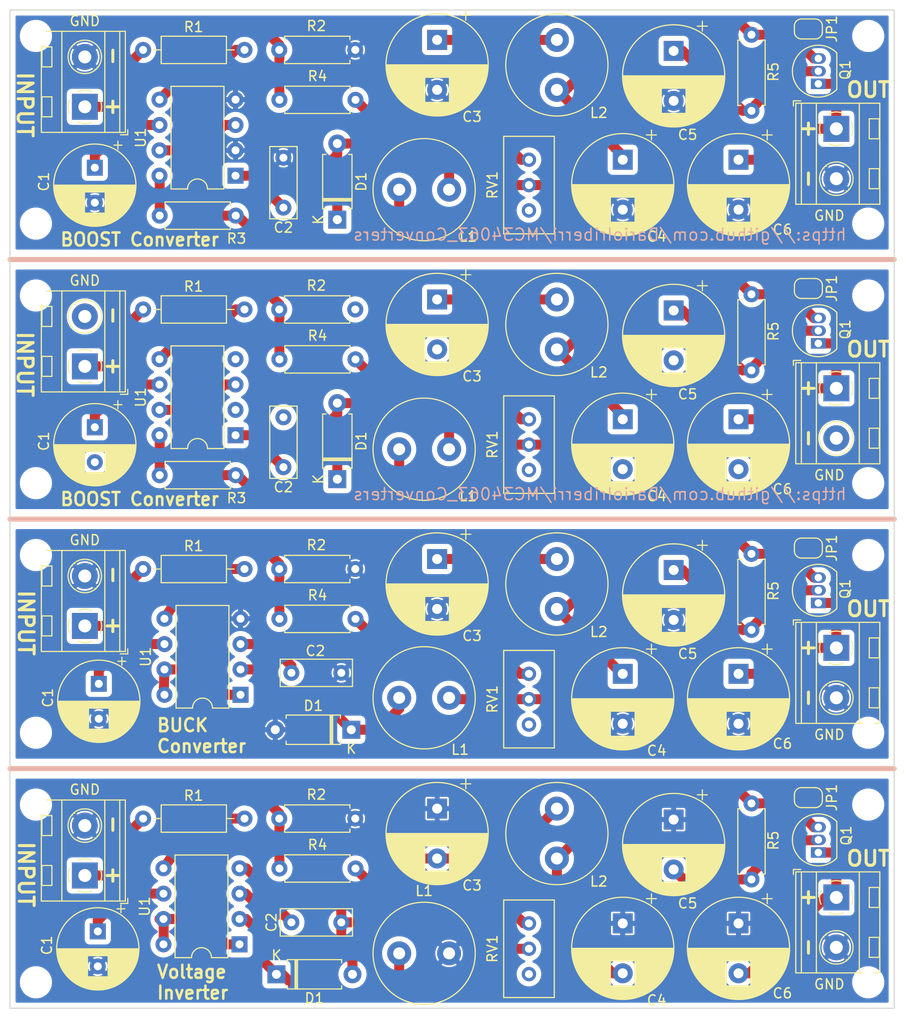
<source format=kicad_pcb>
(kicad_pcb (version 20171130) (host pcbnew "(5.1.12)-1")
  (layers (0 F.Cu signal) (31 B.Cu signal) (34 B.Paste user) (35 F.Paste user) (36 B.SilkS user) (37 F.SilkS user) (38 B.Mask user) (39 F.Mask user) (44 Edge.Cuts user))
  (net 0 "")
  (net 1 "Net-(C1-Pad1)")
  (net 2 GND)
  (net 3 "Net-(C2-Pad1)")
  (net 4 "Net-(C3-Pad1)")
  (net 5 "Net-(C4-Pad1)")
  (net 6 "Net-(C5-Pad1)")
  (net 7 "Net-(C6-Pad1)")
  (net 8 "Net-(D1-Pad2)")
  (net 9 "Net-(L1-Pad1)")
  (net 10 "Net-(R2-Pad2)")
  (net 11 "Net-(R3-Pad1)")
  (net 12 "Net-(R4-Pad2)")
  (net 13 "Net-(D1-Pad1)")
  (net 14 "Net-(R1-Pad1)")
  (net 15 "Net-(C2-Pad2)")
  (net 16 "Net-(C4-Pad2)")
  (net 17 "Net-(C5-Pad2)")
  (net 18 "Net-(C6-Pad2)")
  (module Capacitor_THT:C_Disc_D7.0mm_W2.5mm_P5.00mm (layer F.Cu) (at 72.4 104.8 90)
    (fp_text reference C2 (at -2 0 180) (layer F.SilkS))
    (fp_text value 100p)
    (pad 2 thru_hole circle (at 5 0 90) (size 1.6 1.6) (drill 0.8) (layers *.Cu *.Mask))
    (pad 1 thru_hole circle (at 0 0 90) (size 1.6 1.6) (drill 0.8) (layers *.Cu *.Mask))
  )
  (module TerminalBlock_MetzConnect:TerminalBlock_MetzConnect_Type094_RT03502HBLU_1x02_P5.00mm_Horizontal (layer F.Cu) (at 52.5 94.7 90)
    (fp_text reference J1 hide)
    (fp_text value INPUT)
    (pad 1 thru_hole rect (at 0 0 90) (size 2.6 2.6) (drill 1.3) (layers *.Cu *.Mask))
    (pad 2 thru_hole circle (at 5 0 90) (size 2.6 2.6) (drill 1.3) (layers *.Cu *.Mask))
  )
  (module Diode_THT:D_A-405_P7.62mm_Horizontal (layer F.Cu) (at 77.8 106 90)
    (fp_text reference D1 (at 3.8 2.4 270) (layer F.SilkS))
    (fp_text value 1N5817)
    (fp_text user K (at 0 -1.9 90) (layer F.SilkS))
    (pad 2 thru_hole oval (at 7.62 0 90) (size 1.8 1.8) (drill 0.9) (layers *.Cu *.Mask))
    (pad 1 thru_hole rect (at 0 0 90) (size 1.8 1.8) (drill 0.9) (layers *.Cu *.Mask))
  )
  (module Jumper:SolderJumper-2_P1.3mm_Open_RoundedPad1.0x1.5mm (layer F.Cu) (at 125 86.9)
    (fp_text reference JP1 (at 2.35 0 90) (layer F.SilkS))
    (fp_text value Jumper)
    (pad 2 smd custom (at 0.65 0) (size 1 0.5) (layers F.Cu F.Mask) (options (clearance outline) (anchor rect)) (primitives (gr_circle (center 0 0.25) (end 0.5 0.25) (width 0)) (gr_circle (center 0 -0.25) (end 0.5 -0.25) (width 0)) (gr_poly (pts (xy 0 -0.75) (xy -0.5 -0.75) (xy -0.5 0.75) (xy 0 0.75)) (width 0))))
    (pad 1 smd custom (at -0.65 0) (size 1 0.5) (layers F.Cu F.Mask) (options (clearance outline) (anchor rect)) (primitives (gr_circle (center 0 0.25) (end 0.5 0.25) (width 0)) (gr_circle (center 0 -0.25) (end 0.5 -0.25) (width 0)) (gr_poly (pts (xy 0 -0.75) (xy 0.5 -0.75) (xy 0.5 0.75) (xy 0 0.75)) (width 0))))
  )
  (module TerminalBlock_MetzConnect:TerminalBlock_MetzConnect_Type094_RT03502HBLU_1x02_P5.00mm_Horizontal (layer F.Cu) (at 127.8 96.9 270)
    (fp_text reference J2 hide)
    (fp_text value OUTPUT)
    (pad 2 thru_hole circle (at 5 0 270) (size 2.6 2.6) (drill 1.3) (layers *.Cu *.Mask))
    (pad 1 thru_hole rect (at 0 0 270) (size 2.6 2.6) (drill 1.3) (layers *.Cu *.Mask))
  )
  (module Inductor_THT:L_Radial_D10.0mm_P5.00mm_Neosid_SD12k_style3 (layer F.Cu) (at 99.8 88 270)
    (fp_text reference L2 (at 7.3 -4.2 180) (layer F.SilkS))
    (fp_text value 5m)
    (pad 1 thru_hole circle (at 0 0 270) (size 2.4 2.4) (drill 1.2) (layers *.Cu *.Mask))
    (pad 2 thru_hole circle (at 5 0 270) (size 2.4 2.4) (drill 1.2) (layers *.Cu *.Mask))
  )
  (module Inductor_THT:L_Radial_D10.0mm_P5.00mm_Neosid_SD12k_style3 (layer F.Cu) (at 84 103)
    (fp_text reference L1 (at 6.9 4.7) (layer F.SilkS))
    (fp_text value 10u)
    (pad 2 thru_hole circle (at 5 0) (size 2.4 2.4) (drill 1.2) (layers *.Cu *.Mask))
    (pad 1 thru_hole circle (at 0 0) (size 2.4 2.4) (drill 1.2) (layers *.Cu *.Mask))
  )
  (module Capacitor_THT:CP_Radial_D8.0mm_P3.50mm (layer F.Cu) (at 53.5 100.8 270)
    (fp_text reference C1 (at 1.4 5.1 90) (layer F.SilkS))
    (fp_text value 470u)
    (pad 2 thru_hole circle (at 3.5 0 270) (size 1.6 1.6) (drill 0.8) (layers *.Cu *.Mask))
    (pad 1 thru_hole rect (at 0 0 270) (size 1.6 1.6) (drill 0.8) (layers *.Cu *.Mask))
  )
  (module MountingHole:MountingHole_2.2mm_M2 (layer F.Cu) (at 131 106.4)
    (fp_text reference H4 hide)
    (fp_text value MountingHole hide)
    (pad 1 np_thru_hole circle (at 0 0) (size 2.2 2.2) (drill 2.2) (layers *.Cu *.Mask))
  )
  (module MountingHole:MountingHole_2.2mm_M2 (layer F.Cu) (at 131 87.6)
    (fp_text reference H3 hide)
    (fp_text value MountingHole hide)
    (pad 1 np_thru_hole circle (at 0 0) (size 2.2 2.2) (drill 2.2) (layers *.Cu *.Mask))
  )
  (module MountingHole:MountingHole_2.2mm_M2 (layer F.Cu) (at 47.6 87.6)
    (fp_text reference H2 hide)
    (fp_text value MountingHole hide)
    (pad 1 np_thru_hole circle (at 0 0) (size 2.2 2.2) (drill 2.2) (layers *.Cu *.Mask))
  )
  (module MountingHole:MountingHole_2.2mm_M2 (layer F.Cu) (at 47.6 106.4)
    (fp_text reference H1 hide)
    (fp_text value MountingHole hide)
    (pad 1 np_thru_hole circle (at 0 0) (size 2.2 2.2) (drill 2.2) (layers *.Cu *.Mask))
  )
  (module Capacitor_THT:CP_Radial_D10.0mm_P5.00mm (layer F.Cu) (at 118 100 270)
    (fp_text reference C6 (at 7 -4.4 180) (layer F.SilkS))
    (fp_text value 470u)
    (pad 2 thru_hole circle (at 5 0 270) (size 2 2) (drill 1) (layers *.Cu *.Mask))
    (pad 1 thru_hole rect (at 0 0 270) (size 2 2) (drill 1) (layers *.Cu *.Mask))
  )
  (module Capacitor_THT:CP_Radial_D10.0mm_P5.00mm (layer F.Cu) (at 111.5 89.1 270)
    (fp_text reference C5 (at 8.4 -1.4 180) (layer F.SilkS))
    (fp_text value 470u)
    (pad 1 thru_hole rect (at 0 0 270) (size 2 2) (drill 1) (layers *.Cu *.Mask))
    (pad 2 thru_hole circle (at 5 0 270) (size 2 2) (drill 1) (layers *.Cu *.Mask))
  )
  (module Capacitor_THT:CP_Radial_D10.0mm_P5.00mm (layer F.Cu) (at 106.4 100 270)
    (fp_text reference C4 (at 7.7 -3.4 180) (layer F.SilkS))
    (fp_text value 470u)
    (pad 1 thru_hole rect (at 0 0 270) (size 2 2) (drill 1) (layers *.Cu *.Mask))
    (pad 2 thru_hole circle (at 5 0 270) (size 2 2) (drill 1) (layers *.Cu *.Mask))
  )
  (module Capacitor_THT:CP_Radial_D10.0mm_P5.00mm (layer F.Cu) (at 87.8 88 270)
    (fp_text reference C3 (at 7.7 -3.5 180) (layer F.SilkS))
    (fp_text value 470u)
    (pad 2 thru_hole circle (at 5 0 270) (size 2 2) (drill 1) (layers *.Cu *.Mask))
    (pad 1 thru_hole rect (at 0 0 270) (size 2 2) (drill 1) (layers *.Cu *.Mask))
  )
  (module Package_DIP:DIP-8_W7.62mm (layer F.Cu) (at 67.6 101.6 180)
    (fp_text reference U1 (at 9.5 3.8 90) (layer F.SilkS))
    (fp_text value MC34063AP)
    (pad 8 thru_hole oval (at 7.62 0 180) (size 1.6 1.6) (drill 0.8) (layers *.Cu *.Mask))
    (pad 4 thru_hole oval (at 0 7.62 180) (size 1.6 1.6) (drill 0.8) (layers *.Cu *.Mask))
    (pad 7 thru_hole oval (at 7.62 2.54 180) (size 1.6 1.6) (drill 0.8) (layers *.Cu *.Mask))
    (pad 3 thru_hole oval (at 0 5.08 180) (size 1.6 1.6) (drill 0.8) (layers *.Cu *.Mask))
    (pad 6 thru_hole oval (at 7.62 5.08 180) (size 1.6 1.6) (drill 0.8) (layers *.Cu *.Mask))
    (pad 2 thru_hole oval (at 0 2.54 180) (size 1.6 1.6) (drill 0.8) (layers *.Cu *.Mask))
    (pad 5 thru_hole oval (at 7.62 7.62 180) (size 1.6 1.6) (drill 0.8) (layers *.Cu *.Mask))
    (pad 1 thru_hole rect (at 0 0 180) (size 1.6 1.6) (drill 0.8) (layers *.Cu *.Mask))
  )
  (module Potentiometer_THT:Potentiometer_Bourns_3296W_Vertical (layer F.Cu) (at 97 100 90)
    (fp_text reference RV1 (at -2.54 -3.66 90) (layer F.SilkS))
    (fp_text value 25K)
    (pad 3 thru_hole circle (at -5.08 0 90) (size 1.44 1.44) (drill 0.8) (layers *.Cu *.Mask))
    (pad 2 thru_hole circle (at -2.54 0 90) (size 1.44 1.44) (drill 0.8) (layers *.Cu *.Mask))
    (pad 1 thru_hole circle (at 0 0 90) (size 1.44 1.44) (drill 0.8) (layers *.Cu *.Mask))
  )
  (module Resistor_THT:R_Axial_DIN0207_L6.3mm_D2.5mm_P7.62mm_Horizontal (layer F.Cu) (at 119.3 95.1 90)
    (fp_text reference R5 (at 3.9 2.2 90) (layer F.SilkS))
    (fp_text value 100)
    (pad 1 thru_hole circle (at 0 0 90) (size 1.6 1.6) (drill 0.8) (layers *.Cu *.Mask))
    (pad 2 thru_hole oval (at 7.62 0 90) (size 1.6 1.6) (drill 0.8) (layers *.Cu *.Mask))
  )
  (module Resistor_THT:R_Axial_DIN0207_L6.3mm_D2.5mm_P7.62mm_Horizontal (layer F.Cu) (at 72 94)
    (fp_text reference R4 (at 3.81 -2.37) (layer F.SilkS))
    (fp_text value 6K8)
    (pad 2 thru_hole oval (at 7.62 0) (size 1.6 1.6) (drill 0.8) (layers *.Cu *.Mask))
    (pad 1 thru_hole circle (at 0 0) (size 1.6 1.6) (drill 0.8) (layers *.Cu *.Mask))
  )
  (module Resistor_THT:R_Axial_DIN0207_L6.3mm_D2.5mm_P7.62mm_Horizontal (layer F.Cu) (at 60 105.6)
    (fp_text reference R3 (at 7.7 2.3) (layer F.SilkS))
    (fp_text value 100)
    (pad 1 thru_hole circle (at 0 0) (size 1.6 1.6) (drill 0.8) (layers *.Cu *.Mask))
    (pad 2 thru_hole oval (at 7.62 0) (size 1.6 1.6) (drill 0.8) (layers *.Cu *.Mask))
  )
  (module Resistor_THT:R_Axial_DIN0207_L6.3mm_D2.5mm_P7.62mm_Horizontal (layer F.Cu) (at 79.6 89 180)
    (fp_text reference R2 (at 3.9 2.4) (layer F.SilkS))
    (fp_text value 2K2)
    (pad 2 thru_hole oval (at 7.62 0 180) (size 1.6 1.6) (drill 0.8) (layers *.Cu *.Mask))
    (pad 1 thru_hole circle (at 0 0 180) (size 1.6 1.6) (drill 0.8) (layers *.Cu *.Mask))
  )
  (module Resistor_THT:R_Axial_DIN0207_L6.3mm_D2.5mm_P10.16mm_Horizontal (layer F.Cu) (at 68.5 89 180)
    (fp_text reference R1 (at 5.1 2.3) (layer F.SilkS))
    (fp_text value 0.1)
    (pad 2 thru_hole oval (at 10.16 0 180) (size 1.6 1.6) (drill 0.8) (layers *.Cu *.Mask))
    (pad 1 thru_hole circle (at 0 0 180) (size 1.6 1.6) (drill 0.8) (layers *.Cu *.Mask))
  )
  (module Package_TO_SOT_THT:TO-92_Inline (layer F.Cu) (at 126 92.4 90)
    (fp_text reference Q1 (at 1.4 2.7 90) (layer F.SilkS))
    (fp_text value 2N2222)
    (pad 1 thru_hole rect (at 0 0 90) (size 1.05 1.5) (drill 0.75) (layers *.Cu *.Mask))
    (pad 3 thru_hole oval (at 2.54 0 90) (size 1.05 1.5) (drill 0.75) (layers *.Cu *.Mask))
    (pad 2 thru_hole oval (at 1.27 0 90) (size 1.05 1.5) (drill 0.75) (layers *.Cu *.Mask))
  )
  (module Capacitor_THT:C_Disc_D7.0mm_W2.5mm_P5.00mm (layer F.Cu) (at 72.4 78.8 90)
    (fp_text reference C2 (at -2 0 180) (layer F.SilkS))
    (fp_text value 100p)
    (pad 1 thru_hole circle (at 0 0 90) (size 1.6 1.6) (drill 0.8) (layers *.Cu *.Mask) (net 3 "Net-(C2-Pad1)"))
    (pad 2 thru_hole circle (at 5 0 90) (size 1.6 1.6) (drill 0.8) (layers *.Cu *.Mask) (net 2 GND))
  )
  (module Diode_THT:D_A-405_P7.62mm_Horizontal (layer F.Cu) (at 77.8 80 90)
    (fp_text reference D1 (at 3.8 2.4 270) (layer F.SilkS))
    (fp_text value 1N5817)
    (fp_text user K (at 0 -1.9 90) (layer F.SilkS))
    (pad 1 thru_hole rect (at 0 0 90) (size 1.8 1.8) (drill 0.9) (layers *.Cu *.Mask) (net 4 "Net-(C3-Pad1)"))
    (pad 2 thru_hole oval (at 7.62 0 90) (size 1.8 1.8) (drill 0.9) (layers *.Cu *.Mask) (net 8 "Net-(D1-Pad2)"))
  )
  (module TerminalBlock_MetzConnect:TerminalBlock_MetzConnect_Type094_RT03502HBLU_1x02_P5.00mm_Horizontal (layer F.Cu) (at 52.5 68.7 90)
    (fp_text reference J1 hide)
    (fp_text value INPUT)
    (pad 2 thru_hole circle (at 5 0 90) (size 2.6 2.6) (drill 1.3) (layers *.Cu *.Mask) (net 2 GND))
    (pad 1 thru_hole rect (at 0 0 90) (size 2.6 2.6) (drill 1.3) (layers *.Cu *.Mask) (net 1 "Net-(C1-Pad1)"))
  )
  (module TerminalBlock_MetzConnect:TerminalBlock_MetzConnect_Type094_RT03502HBLU_1x02_P5.00mm_Horizontal (layer F.Cu) (at 127.8 70.9 270)
    (fp_text reference J2 hide)
    (fp_text value OUTPUT)
    (pad 1 thru_hole rect (at 0 0 270) (size 2.6 2.6) (drill 1.3) (layers *.Cu *.Mask) (net 7 "Net-(C6-Pad1)"))
    (pad 2 thru_hole circle (at 5 0 270) (size 2.6 2.6) (drill 1.3) (layers *.Cu *.Mask) (net 2 GND))
  )
  (module Jumper:SolderJumper-2_P1.3mm_Open_RoundedPad1.0x1.5mm (layer F.Cu) (at 125 60.9)
    (fp_text reference JP1 (at 2.35 0 90) (layer F.SilkS))
    (fp_text value Jumper)
    (pad 1 smd custom (at -0.65 0) (size 1 0.5) (layers F.Cu F.Mask) (net 5 "Net-(C4-Pad1)") (options (clearance outline) (anchor rect)) (primitives (gr_circle (center 0 0.25) (end 0.5 0.25) (width 0)) (gr_circle (center 0 -0.25) (end 0.5 -0.25) (width 0)) (gr_poly (pts (xy 0 -0.75) (xy 0.5 -0.75) (xy 0.5 0.75) (xy 0 0.75)) (width 0))))
    (pad 2 smd custom (at 0.65 0) (size 1 0.5) (layers F.Cu F.Mask) (net 7 "Net-(C6-Pad1)") (options (clearance outline) (anchor rect)) (primitives (gr_circle (center 0 0.25) (end 0.5 0.25) (width 0)) (gr_circle (center 0 -0.25) (end 0.5 -0.25) (width 0)) (gr_poly (pts (xy 0 -0.75) (xy -0.5 -0.75) (xy -0.5 0.75) (xy 0 0.75)) (width 0))))
  )
  (module Inductor_THT:L_Radial_D10.0mm_P5.00mm_Neosid_SD12k_style3 (layer F.Cu) (at 84 77)
    (fp_text reference L1 (at 6.9 4.7) (layer F.SilkS))
    (fp_text value 10u)
    (pad 1 thru_hole circle (at 0 0) (size 2.4 2.4) (drill 1.2) (layers *.Cu *.Mask) (net 9 "Net-(L1-Pad1)"))
    (pad 2 thru_hole circle (at 5 0) (size 2.4 2.4) (drill 1.2) (layers *.Cu *.Mask) (net 8 "Net-(D1-Pad2)"))
  )
  (module Inductor_THT:L_Radial_D10.0mm_P5.00mm_Neosid_SD12k_style3 (layer F.Cu) (at 99.8 62 270)
    (fp_text reference L2 (at 7.3 -4.2 180) (layer F.SilkS))
    (fp_text value 5m)
    (pad 2 thru_hole circle (at 5 0 270) (size 2.4 2.4) (drill 1.2) (layers *.Cu *.Mask) (net 5 "Net-(C4-Pad1)"))
    (pad 1 thru_hole circle (at 0 0 270) (size 2.4 2.4) (drill 1.2) (layers *.Cu *.Mask) (net 4 "Net-(C3-Pad1)"))
  )
  (module Package_TO_SOT_THT:TO-92_Inline (layer F.Cu) (at 126 66.4 90)
    (fp_text reference Q1 (at 1.4 2.7 90) (layer F.SilkS))
    (fp_text value 2N2222)
    (pad 2 thru_hole oval (at 1.27 0 90) (size 1.05 1.5) (drill 0.75) (layers *.Cu *.Mask) (net 6 "Net-(C5-Pad1)"))
    (pad 3 thru_hole oval (at 2.54 0 90) (size 1.05 1.5) (drill 0.75) (layers *.Cu *.Mask) (net 5 "Net-(C4-Pad1)"))
    (pad 1 thru_hole rect (at 0 0 90) (size 1.05 1.5) (drill 0.75) (layers *.Cu *.Mask) (net 7 "Net-(C6-Pad1)"))
  )
  (module Resistor_THT:R_Axial_DIN0207_L6.3mm_D2.5mm_P10.16mm_Horizontal (layer F.Cu) (at 68.5 63 180)
    (fp_text reference R1 (at 5.1 2.3) (layer F.SilkS))
    (fp_text value 0.1)
    (pad 1 thru_hole circle (at 0 0 180) (size 1.6 1.6) (drill 0.8) (layers *.Cu *.Mask) (net 9 "Net-(L1-Pad1)"))
    (pad 2 thru_hole oval (at 10.16 0 180) (size 1.6 1.6) (drill 0.8) (layers *.Cu *.Mask) (net 1 "Net-(C1-Pad1)"))
  )
  (module Resistor_THT:R_Axial_DIN0207_L6.3mm_D2.5mm_P7.62mm_Horizontal (layer F.Cu) (at 79.6 63 180)
    (fp_text reference R2 (at 3.9 2.4) (layer F.SilkS))
    (fp_text value 2K2)
    (pad 1 thru_hole circle (at 0 0 180) (size 1.6 1.6) (drill 0.8) (layers *.Cu *.Mask) (net 2 GND))
    (pad 2 thru_hole oval (at 7.62 0 180) (size 1.6 1.6) (drill 0.8) (layers *.Cu *.Mask) (net 10 "Net-(R2-Pad2)"))
  )
  (module Resistor_THT:R_Axial_DIN0207_L6.3mm_D2.5mm_P7.62mm_Horizontal (layer F.Cu) (at 60 79.6)
    (fp_text reference R3 (at 7.7 2.3) (layer F.SilkS))
    (fp_text value 100)
    (pad 2 thru_hole oval (at 7.62 0) (size 1.6 1.6) (drill 0.8) (layers *.Cu *.Mask) (net 9 "Net-(L1-Pad1)"))
    (pad 1 thru_hole circle (at 0 0) (size 1.6 1.6) (drill 0.8) (layers *.Cu *.Mask) (net 11 "Net-(R3-Pad1)"))
  )
  (module Resistor_THT:R_Axial_DIN0207_L6.3mm_D2.5mm_P7.62mm_Horizontal (layer F.Cu) (at 72 68)
    (fp_text reference R4 (at 3.81 -2.37) (layer F.SilkS))
    (fp_text value 6K8)
    (pad 1 thru_hole circle (at 0 0) (size 1.6 1.6) (drill 0.8) (layers *.Cu *.Mask) (net 10 "Net-(R2-Pad2)"))
    (pad 2 thru_hole oval (at 7.62 0) (size 1.6 1.6) (drill 0.8) (layers *.Cu *.Mask) (net 12 "Net-(R4-Pad2)"))
  )
  (module Resistor_THT:R_Axial_DIN0207_L6.3mm_D2.5mm_P7.62mm_Horizontal (layer F.Cu) (at 119.3 69.1 90)
    (fp_text reference R5 (at 3.9 2.2 90) (layer F.SilkS))
    (fp_text value 100)
    (pad 2 thru_hole oval (at 7.62 0 90) (size 1.6 1.6) (drill 0.8) (layers *.Cu *.Mask) (net 5 "Net-(C4-Pad1)"))
    (pad 1 thru_hole circle (at 0 0 90) (size 1.6 1.6) (drill 0.8) (layers *.Cu *.Mask) (net 6 "Net-(C5-Pad1)"))
  )
  (module Potentiometer_THT:Potentiometer_Bourns_3296W_Vertical (layer F.Cu) (at 97 74 90)
    (fp_text reference RV1 (at -2.54 -3.66 90) (layer F.SilkS))
    (fp_text value 25K)
    (pad 1 thru_hole circle (at 0 0 90) (size 1.44 1.44) (drill 0.8) (layers *.Cu *.Mask) (net 12 "Net-(R4-Pad2)"))
    (pad 2 thru_hole circle (at -2.54 0 90) (size 1.44 1.44) (drill 0.8) (layers *.Cu *.Mask) (net 4 "Net-(C3-Pad1)"))
    (pad 3 thru_hole circle (at -5.08 0 90) (size 1.44 1.44) (drill 0.8) (layers *.Cu *.Mask))
  )
  (module Package_DIP:DIP-8_W7.62mm (layer F.Cu) (at 67.6 75.6 180)
    (fp_text reference U1 (at 9.5 3.8 90) (layer F.SilkS))
    (fp_text value MC34063AP)
    (pad 1 thru_hole rect (at 0 0 180) (size 1.6 1.6) (drill 0.8) (layers *.Cu *.Mask) (net 8 "Net-(D1-Pad2)"))
    (pad 5 thru_hole oval (at 7.62 7.62 180) (size 1.6 1.6) (drill 0.8) (layers *.Cu *.Mask) (net 10 "Net-(R2-Pad2)"))
    (pad 2 thru_hole oval (at 0 2.54 180) (size 1.6 1.6) (drill 0.8) (layers *.Cu *.Mask) (net 2 GND))
    (pad 6 thru_hole oval (at 7.62 5.08 180) (size 1.6 1.6) (drill 0.8) (layers *.Cu *.Mask) (net 1 "Net-(C1-Pad1)"))
    (pad 3 thru_hole oval (at 0 5.08 180) (size 1.6 1.6) (drill 0.8) (layers *.Cu *.Mask) (net 3 "Net-(C2-Pad1)"))
    (pad 7 thru_hole oval (at 7.62 2.54 180) (size 1.6 1.6) (drill 0.8) (layers *.Cu *.Mask) (net 9 "Net-(L1-Pad1)"))
    (pad 4 thru_hole oval (at 0 7.62 180) (size 1.6 1.6) (drill 0.8) (layers *.Cu *.Mask) (net 2 GND))
    (pad 8 thru_hole oval (at 7.62 0 180) (size 1.6 1.6) (drill 0.8) (layers *.Cu *.Mask) (net 11 "Net-(R3-Pad1)"))
  )
  (module Capacitor_THT:CP_Radial_D10.0mm_P5.00mm (layer F.Cu) (at 87.8 62 270)
    (fp_text reference C3 (at 7.7 -3.5 180) (layer F.SilkS))
    (fp_text value 470u)
    (pad 1 thru_hole rect (at 0 0 270) (size 2 2) (drill 1) (layers *.Cu *.Mask) (net 4 "Net-(C3-Pad1)"))
    (pad 2 thru_hole circle (at 5 0 270) (size 2 2) (drill 1) (layers *.Cu *.Mask) (net 2 GND))
  )
  (module Capacitor_THT:CP_Radial_D10.0mm_P5.00mm (layer F.Cu) (at 106.4 74 270)
    (fp_text reference C4 (at 7.7 -3.4 180) (layer F.SilkS))
    (fp_text value 470u)
    (pad 2 thru_hole circle (at 5 0 270) (size 2 2) (drill 1) (layers *.Cu *.Mask) (net 2 GND))
    (pad 1 thru_hole rect (at 0 0 270) (size 2 2) (drill 1) (layers *.Cu *.Mask) (net 5 "Net-(C4-Pad1)"))
  )
  (module Capacitor_THT:CP_Radial_D10.0mm_P5.00mm (layer F.Cu) (at 111.5 63.1 270)
    (fp_text reference C5 (at 8.4 -1.4 180) (layer F.SilkS))
    (fp_text value 470u)
    (pad 2 thru_hole circle (at 5 0 270) (size 2 2) (drill 1) (layers *.Cu *.Mask) (net 2 GND))
    (pad 1 thru_hole rect (at 0 0 270) (size 2 2) (drill 1) (layers *.Cu *.Mask) (net 6 "Net-(C5-Pad1)"))
  )
  (module Capacitor_THT:CP_Radial_D10.0mm_P5.00mm (layer F.Cu) (at 118 74 270)
    (fp_text reference C6 (at 7 -4.4 180) (layer F.SilkS))
    (fp_text value 470u)
    (pad 1 thru_hole rect (at 0 0 270) (size 2 2) (drill 1) (layers *.Cu *.Mask) (net 7 "Net-(C6-Pad1)"))
    (pad 2 thru_hole circle (at 5 0 270) (size 2 2) (drill 1) (layers *.Cu *.Mask) (net 2 GND))
  )
  (module MountingHole:MountingHole_2.2mm_M2 (layer F.Cu) (at 47.6 80.4)
    (fp_text reference H1 hide)
    (fp_text value MountingHole hide)
    (pad 1 np_thru_hole circle (at 0 0) (size 2.2 2.2) (drill 2.2) (layers *.Cu *.Mask))
  )
  (module MountingHole:MountingHole_2.2mm_M2 (layer F.Cu) (at 47.6 61.6)
    (fp_text reference H2 hide)
    (fp_text value MountingHole hide)
    (pad 1 np_thru_hole circle (at 0 0) (size 2.2 2.2) (drill 2.2) (layers *.Cu *.Mask))
  )
  (module MountingHole:MountingHole_2.2mm_M2 (layer F.Cu) (at 131 61.6)
    (fp_text reference H3 hide)
    (fp_text value MountingHole hide)
    (pad 1 np_thru_hole circle (at 0 0) (size 2.2 2.2) (drill 2.2) (layers *.Cu *.Mask))
  )
  (module MountingHole:MountingHole_2.2mm_M2 (layer F.Cu) (at 131 80.4)
    (fp_text reference H4 hide)
    (fp_text value MountingHole hide)
    (pad 1 np_thru_hole circle (at 0 0) (size 2.2 2.2) (drill 2.2) (layers *.Cu *.Mask))
  )
  (module Capacitor_THT:CP_Radial_D8.0mm_P3.50mm (layer F.Cu) (at 53.5 74.8 270)
    (fp_text reference C1 (at 1.4 5.1 90) (layer F.SilkS))
    (fp_text value 470u)
    (pad 1 thru_hole rect (at 0 0 270) (size 1.6 1.6) (drill 0.8) (layers *.Cu *.Mask) (net 1 "Net-(C1-Pad1)"))
    (pad 2 thru_hole circle (at 3.5 0 270) (size 1.6 1.6) (drill 0.8) (layers *.Cu *.Mask) (net 2 GND))
  )
  (module Capacitor_THT:C_Disc_D7.0mm_W2.5mm_P5.00mm (layer F.Cu) (at 73.2 125.4)
    (fp_text reference C2 (at 2.4 -2.2) (layer F.SilkS))
    (fp_text value 22p)
    (pad 1 thru_hole circle (at 0 0) (size 1.6 1.6) (drill 0.8) (layers *.Cu *.Mask) (net 3 "Net-(C2-Pad1)"))
    (pad 2 thru_hole circle (at 5 0) (size 1.6 1.6) (drill 0.8) (layers *.Cu *.Mask) (net 2 GND))
  )
  (module Diode_THT:D_A-405_P7.62mm_Horizontal (layer F.Cu) (at 79.2 131.1 180)
    (fp_text reference D1 (at 3.8 2.4 180) (layer F.SilkS))
    (fp_text value 1N5817)
    (fp_text user K (at 0 -1.9) (layer F.SilkS))
    (pad 1 thru_hole rect (at 0 0 180) (size 1.8 1.8) (drill 0.9) (layers *.Cu *.Mask) (net 13 "Net-(D1-Pad1)"))
    (pad 2 thru_hole oval (at 7.62 0 180) (size 1.8 1.8) (drill 0.9) (layers *.Cu *.Mask) (net 2 GND))
  )
  (module TerminalBlock_MetzConnect:TerminalBlock_MetzConnect_Type094_RT03502HBLU_1x02_P5.00mm_Horizontal (layer F.Cu) (at 52.5 120.7 90)
    (fp_text reference J1 hide)
    (fp_text value INPUT)
    (pad 2 thru_hole circle (at 5 0 90) (size 2.6 2.6) (drill 1.3) (layers *.Cu *.Mask) (net 2 GND))
    (pad 1 thru_hole rect (at 0 0 90) (size 2.6 2.6) (drill 1.3) (layers *.Cu *.Mask) (net 1 "Net-(C1-Pad1)"))
  )
  (module TerminalBlock_MetzConnect:TerminalBlock_MetzConnect_Type094_RT03502HBLU_1x02_P5.00mm_Horizontal (layer F.Cu) (at 127.8 122.9 270)
    (fp_text reference J2 hide)
    (fp_text value OUTPUT)
    (pad 1 thru_hole rect (at 0 0 270) (size 2.6 2.6) (drill 1.3) (layers *.Cu *.Mask) (net 7 "Net-(C6-Pad1)"))
    (pad 2 thru_hole circle (at 5 0 270) (size 2.6 2.6) (drill 1.3) (layers *.Cu *.Mask) (net 2 GND))
  )
  (module Jumper:SolderJumper-2_P1.3mm_Open_RoundedPad1.0x1.5mm (layer F.Cu) (at 125 112.9)
    (fp_text reference JP1 (at 2.35 0 90) (layer F.SilkS))
    (fp_text value Jumper)
    (pad 1 smd custom (at -0.65 0) (size 1 0.5) (layers F.Cu F.Mask) (net 5 "Net-(C4-Pad1)") (options (clearance outline) (anchor rect)) (primitives (gr_circle (center 0 0.25) (end 0.5 0.25) (width 0)) (gr_circle (center 0 -0.25) (end 0.5 -0.25) (width 0)) (gr_poly (pts (xy 0 -0.75) (xy 0.5 -0.75) (xy 0.5 0.75) (xy 0 0.75)) (width 0))))
    (pad 2 smd custom (at 0.65 0) (size 1 0.5) (layers F.Cu F.Mask) (net 7 "Net-(C6-Pad1)") (options (clearance outline) (anchor rect)) (primitives (gr_circle (center 0 0.25) (end 0.5 0.25) (width 0)) (gr_circle (center 0 -0.25) (end 0.5 -0.25) (width 0)) (gr_poly (pts (xy 0 -0.75) (xy -0.5 -0.75) (xy -0.5 0.75) (xy 0 0.75)) (width 0))))
  )
  (module Inductor_THT:L_Radial_D10.0mm_P5.00mm_Neosid_SD12k_style3 (layer F.Cu) (at 84 127.9)
    (fp_text reference L1 (at 6.1 5.2) (layer F.SilkS))
    (fp_text value 100u)
    (pad 1 thru_hole circle (at 0 0) (size 2.4 2.4) (drill 1.2) (layers *.Cu *.Mask) (net 13 "Net-(D1-Pad1)"))
    (pad 2 thru_hole circle (at 5 0) (size 2.4 2.4) (drill 1.2) (layers *.Cu *.Mask) (net 4 "Net-(C3-Pad1)"))
  )
  (module Inductor_THT:L_Radial_D10.0mm_P5.00mm_Neosid_SD12k_style3 (layer F.Cu) (at 99.8 114 270)
    (fp_text reference L2 (at 7.3 -4.2 180) (layer F.SilkS))
    (fp_text value 5m)
    (pad 2 thru_hole circle (at 5 0 270) (size 2.4 2.4) (drill 1.2) (layers *.Cu *.Mask) (net 5 "Net-(C4-Pad1)"))
    (pad 1 thru_hole circle (at 0 0 270) (size 2.4 2.4) (drill 1.2) (layers *.Cu *.Mask) (net 4 "Net-(C3-Pad1)"))
  )
  (module Package_TO_SOT_THT:TO-92_Inline (layer F.Cu) (at 126 118.4 90)
    (fp_text reference Q1 (at 1.4 2.7 90) (layer F.SilkS))
    (fp_text value 2N2222)
    (pad 2 thru_hole oval (at 1.27 0 90) (size 1.05 1.5) (drill 0.75) (layers *.Cu *.Mask) (net 6 "Net-(C5-Pad1)"))
    (pad 3 thru_hole oval (at 2.54 0 90) (size 1.05 1.5) (drill 0.75) (layers *.Cu *.Mask) (net 5 "Net-(C4-Pad1)"))
    (pad 1 thru_hole rect (at 0 0 90) (size 1.05 1.5) (drill 0.75) (layers *.Cu *.Mask) (net 7 "Net-(C6-Pad1)"))
  )
  (module Resistor_THT:R_Axial_DIN0207_L6.3mm_D2.5mm_P10.16mm_Horizontal (layer F.Cu) (at 68.5 115 180)
    (fp_text reference R1 (at 5.1 2.3) (layer F.SilkS))
    (fp_text value 0.1)
    (pad 1 thru_hole circle (at 0 0 180) (size 1.6 1.6) (drill 0.8) (layers *.Cu *.Mask) (net 14 "Net-(R1-Pad1)"))
    (pad 2 thru_hole oval (at 10.16 0 180) (size 1.6 1.6) (drill 0.8) (layers *.Cu *.Mask) (net 1 "Net-(C1-Pad1)"))
  )
  (module Resistor_THT:R_Axial_DIN0207_L6.3mm_D2.5mm_P7.62mm_Horizontal (layer F.Cu) (at 79.6 115 180)
    (fp_text reference R2 (at 3.9 2.4) (layer F.SilkS))
    (fp_text value 2K2)
    (pad 1 thru_hole circle (at 0 0 180) (size 1.6 1.6) (drill 0.8) (layers *.Cu *.Mask) (net 2 GND))
    (pad 2 thru_hole oval (at 7.62 0 180) (size 1.6 1.6) (drill 0.8) (layers *.Cu *.Mask) (net 10 "Net-(R2-Pad2)"))
  )
  (module Resistor_THT:R_Axial_DIN0207_L6.3mm_D2.5mm_P7.62mm_Horizontal (layer F.Cu) (at 72 120)
    (fp_text reference R4 (at 3.81 -2.37) (layer F.SilkS))
    (fp_text value 6K8)
    (pad 1 thru_hole circle (at 0 0) (size 1.6 1.6) (drill 0.8) (layers *.Cu *.Mask) (net 10 "Net-(R2-Pad2)"))
    (pad 2 thru_hole oval (at 7.62 0) (size 1.6 1.6) (drill 0.8) (layers *.Cu *.Mask) (net 12 "Net-(R4-Pad2)"))
  )
  (module Resistor_THT:R_Axial_DIN0207_L6.3mm_D2.5mm_P7.62mm_Horizontal (layer F.Cu) (at 119.3 121.1 90)
    (fp_text reference R5 (at 3.9 2.2 90) (layer F.SilkS))
    (fp_text value 100)
    (pad 2 thru_hole oval (at 7.62 0 90) (size 1.6 1.6) (drill 0.8) (layers *.Cu *.Mask) (net 5 "Net-(C4-Pad1)"))
    (pad 1 thru_hole circle (at 0 0 90) (size 1.6 1.6) (drill 0.8) (layers *.Cu *.Mask) (net 6 "Net-(C5-Pad1)"))
  )
  (module Potentiometer_THT:Potentiometer_Bourns_3296W_Vertical (layer F.Cu) (at 97 125.5 90)
    (fp_text reference RV1 (at -2.54 -3.66 90) (layer F.SilkS))
    (fp_text value 25K)
    (pad 1 thru_hole circle (at 0 0 90) (size 1.44 1.44) (drill 0.8) (layers *.Cu *.Mask) (net 12 "Net-(R4-Pad2)"))
    (pad 2 thru_hole circle (at -2.54 0 90) (size 1.44 1.44) (drill 0.8) (layers *.Cu *.Mask) (net 4 "Net-(C3-Pad1)"))
    (pad 3 thru_hole circle (at -5.08 0 90) (size 1.44 1.44) (drill 0.8) (layers *.Cu *.Mask))
  )
  (module Package_DIP:DIP-8_W7.62mm (layer F.Cu) (at 68.1 127.6 180)
    (fp_text reference U1 (at 9.5 3.8 90) (layer F.SilkS))
    (fp_text value MC34063AP)
    (pad 1 thru_hole rect (at 0 0 180) (size 1.6 1.6) (drill 0.8) (layers *.Cu *.Mask) (net 14 "Net-(R1-Pad1)"))
    (pad 5 thru_hole oval (at 7.62 7.62 180) (size 1.6 1.6) (drill 0.8) (layers *.Cu *.Mask) (net 10 "Net-(R2-Pad2)"))
    (pad 2 thru_hole oval (at 0 2.54 180) (size 1.6 1.6) (drill 0.8) (layers *.Cu *.Mask) (net 13 "Net-(D1-Pad1)"))
    (pad 6 thru_hole oval (at 7.62 5.08 180) (size 1.6 1.6) (drill 0.8) (layers *.Cu *.Mask) (net 1 "Net-(C1-Pad1)"))
    (pad 3 thru_hole oval (at 0 5.08 180) (size 1.6 1.6) (drill 0.8) (layers *.Cu *.Mask) (net 3 "Net-(C2-Pad1)"))
    (pad 7 thru_hole oval (at 7.62 2.54 180) (size 1.6 1.6) (drill 0.8) (layers *.Cu *.Mask) (net 14 "Net-(R1-Pad1)"))
    (pad 4 thru_hole oval (at 0 7.62 180) (size 1.6 1.6) (drill 0.8) (layers *.Cu *.Mask) (net 2 GND))
    (pad 8 thru_hole oval (at 7.62 0 180) (size 1.6 1.6) (drill 0.8) (layers *.Cu *.Mask) (net 14 "Net-(R1-Pad1)"))
  )
  (module Capacitor_THT:CP_Radial_D10.0mm_P5.00mm (layer F.Cu) (at 87.8 114 270)
    (fp_text reference C3 (at 7.7 -3.5 180) (layer F.SilkS))
    (fp_text value 470u)
    (pad 1 thru_hole rect (at 0 0 270) (size 2 2) (drill 1) (layers *.Cu *.Mask) (net 4 "Net-(C3-Pad1)"))
    (pad 2 thru_hole circle (at 5 0 270) (size 2 2) (drill 1) (layers *.Cu *.Mask) (net 2 GND))
  )
  (module Capacitor_THT:CP_Radial_D10.0mm_P5.00mm (layer F.Cu) (at 106.4 125.5 270)
    (fp_text reference C4 (at 7.7 -3.4 180) (layer F.SilkS))
    (fp_text value 470u)
    (pad 2 thru_hole circle (at 5 0 270) (size 2 2) (drill 1) (layers *.Cu *.Mask) (net 2 GND))
    (pad 1 thru_hole rect (at 0 0 270) (size 2 2) (drill 1) (layers *.Cu *.Mask) (net 5 "Net-(C4-Pad1)"))
  )
  (module Capacitor_THT:CP_Radial_D10.0mm_P5.00mm (layer F.Cu) (at 111.5 115.1 270)
    (fp_text reference C5 (at 8.4 -1.4 180) (layer F.SilkS))
    (fp_text value 470u)
    (pad 2 thru_hole circle (at 5 0 270) (size 2 2) (drill 1) (layers *.Cu *.Mask) (net 2 GND))
    (pad 1 thru_hole rect (at 0 0 270) (size 2 2) (drill 1) (layers *.Cu *.Mask) (net 6 "Net-(C5-Pad1)"))
  )
  (module Capacitor_THT:CP_Radial_D10.0mm_P5.00mm (layer F.Cu) (at 118 125.5 270)
    (fp_text reference C6 (at 7 -4.4 180) (layer F.SilkS))
    (fp_text value 470u)
    (pad 1 thru_hole rect (at 0 0 270) (size 2 2) (drill 1) (layers *.Cu *.Mask) (net 7 "Net-(C6-Pad1)"))
    (pad 2 thru_hole circle (at 5 0 270) (size 2 2) (drill 1) (layers *.Cu *.Mask) (net 2 GND))
  )
  (module MountingHole:MountingHole_2.2mm_M2 (layer F.Cu) (at 47.6 131.4)
    (fp_text reference H1 hide)
    (fp_text value MountingHole hide)
    (pad 1 np_thru_hole circle (at 0 0) (size 2.2 2.2) (drill 2.2) (layers *.Cu *.Mask))
  )
  (module MountingHole:MountingHole_2.2mm_M2 (layer F.Cu) (at 47.6 113.6)
    (fp_text reference H2 hide)
    (fp_text value MountingHole hide)
    (pad 1 np_thru_hole circle (at 0 0) (size 2.2 2.2) (drill 2.2) (layers *.Cu *.Mask))
  )
  (module MountingHole:MountingHole_2.2mm_M2 (layer F.Cu) (at 131 113.6)
    (fp_text reference H3 hide)
    (fp_text value MountingHole hide)
    (pad 1 np_thru_hole circle (at 0 0) (size 2.2 2.2) (drill 2.2) (layers *.Cu *.Mask))
  )
  (module MountingHole:MountingHole_2.2mm_M2 (layer F.Cu) (at 131 131.4)
    (fp_text reference H4 hide)
    (fp_text value MountingHole hide)
    (pad 1 np_thru_hole circle (at 0 0) (size 2.2 2.2) (drill 2.2) (layers *.Cu *.Mask))
  )
  (module Capacitor_THT:CP_Radial_D8.0mm_P3.50mm (layer F.Cu) (at 53.9 126.5 270)
    (fp_text reference C1 (at 1.4 5.1 90) (layer F.SilkS))
    (fp_text value 470u)
    (pad 1 thru_hole rect (at 0 0 270) (size 1.6 1.6) (drill 0.8) (layers *.Cu *.Mask) (net 1 "Net-(C1-Pad1)"))
    (pad 2 thru_hole circle (at 3.5 0 270) (size 1.6 1.6) (drill 0.8) (layers *.Cu *.Mask) (net 2 GND))
  )
  (module Capacitor_THT:C_Disc_D7.0mm_W2.5mm_P5.00mm (layer F.Cu) (at 73.2 150.4)
    (fp_text reference C2 (at -2 0 270) (layer F.SilkS))
    (fp_text value 100p)
    (pad 1 thru_hole circle (at 0 0) (size 1.6 1.6) (drill 0.8) (layers *.Cu *.Mask) (net 3 "Net-(C2-Pad1)"))
    (pad 2 thru_hole circle (at 5 0) (size 1.6 1.6) (drill 0.8) (layers *.Cu *.Mask) (net 15 "Net-(C2-Pad2)"))
  )
  (module Diode_THT:D_A-405_P7.62mm_Horizontal (layer F.Cu) (at 71.7 155.6)
    (fp_text reference D1 (at 3.8 2.4 180) (layer F.SilkS))
    (fp_text value 1N5817)
    (fp_text user K (at 0 -1.9) (layer F.SilkS))
    (pad 2 thru_hole oval (at 7.62 0) (size 1.8 1.8) (drill 0.9) (layers *.Cu *.Mask) (net 15 "Net-(C2-Pad2)"))
    (pad 1 thru_hole rect (at 0 0) (size 1.8 1.8) (drill 0.9) (layers *.Cu *.Mask) (net 13 "Net-(D1-Pad1)"))
  )
  (module TerminalBlock_MetzConnect:TerminalBlock_MetzConnect_Type094_RT03502HBLU_1x02_P5.00mm_Horizontal (layer F.Cu) (at 52.5 145.7 90)
    (fp_text reference J1 hide)
    (fp_text value INPUT)
    (pad 2 thru_hole circle (at 5 0 90) (size 2.6 2.6) (drill 1.3) (layers *.Cu *.Mask) (net 2 GND))
    (pad 1 thru_hole rect (at 0 0 90) (size 2.6 2.6) (drill 1.3) (layers *.Cu *.Mask) (net 1 "Net-(C1-Pad1)"))
  )
  (module TerminalBlock_MetzConnect:TerminalBlock_MetzConnect_Type094_RT03502HBLU_1x02_P5.00mm_Horizontal (layer F.Cu) (at 127.8 147.9 270)
    (fp_text reference J2 hide)
    (fp_text value OUTPUT)
    (pad 1 thru_hole rect (at 0 0 270) (size 2.6 2.6) (drill 1.3) (layers *.Cu *.Mask) (net 18 "Net-(C6-Pad2)"))
    (pad 2 thru_hole circle (at 5 0 270) (size 2.6 2.6) (drill 1.3) (layers *.Cu *.Mask) (net 2 GND))
  )
  (module Jumper:SolderJumper-2_P1.3mm_Open_RoundedPad1.0x1.5mm (layer F.Cu) (at 125 137.9)
    (fp_text reference JP1 (at 2.35 0 90) (layer F.SilkS))
    (fp_text value Jumper)
    (pad 1 smd custom (at -0.65 0) (size 1 0.5) (layers F.Cu F.Mask) (net 16 "Net-(C4-Pad2)") (options (clearance outline) (anchor rect)) (primitives (gr_circle (center 0 0.25) (end 0.5 0.25) (width 0)) (gr_circle (center 0 -0.25) (end 0.5 -0.25) (width 0)) (gr_poly (pts (xy 0 -0.75) (xy 0.5 -0.75) (xy 0.5 0.75) (xy 0 0.75)) (width 0))))
    (pad 2 smd custom (at 0.65 0) (size 1 0.5) (layers F.Cu F.Mask) (net 18 "Net-(C6-Pad2)") (options (clearance outline) (anchor rect)) (primitives (gr_circle (center 0 0.25) (end 0.5 0.25) (width 0)) (gr_circle (center 0 -0.25) (end 0.5 -0.25) (width 0)) (gr_poly (pts (xy 0 -0.75) (xy -0.5 -0.75) (xy -0.5 0.75) (xy 0 0.75)) (width 0))))
  )
  (module Inductor_THT:L_Radial_D10.0mm_P5.00mm_Neosid_SD12k_style3 (layer F.Cu) (at 84 153.5)
    (fp_text reference L1 (at 2.5 -6.25) (layer F.SilkS))
    (fp_text value 10u)
    (pad 2 thru_hole circle (at 5 0) (size 2.4 2.4) (drill 1.2) (layers *.Cu *.Mask) (net 2 GND))
    (pad 1 thru_hole circle (at 0 0) (size 2.4 2.4) (drill 1.2) (layers *.Cu *.Mask) (net 13 "Net-(D1-Pad1)"))
  )
  (module Inductor_THT:L_Radial_D10.0mm_P5.00mm_Neosid_SD12k_style3 (layer F.Cu) (at 99.8 139 270)
    (fp_text reference L2 (at 7.3 -4.2 180) (layer F.SilkS))
    (fp_text value 5m)
    (pad 2 thru_hole circle (at 5 0 270) (size 2.4 2.4) (drill 1.2) (layers *.Cu *.Mask) (net 16 "Net-(C4-Pad2)"))
    (pad 1 thru_hole circle (at 0 0 270) (size 2.4 2.4) (drill 1.2) (layers *.Cu *.Mask) (net 15 "Net-(C2-Pad2)"))
  )
  (module Resistor_THT:R_Axial_DIN0207_L6.3mm_D2.5mm_P10.16mm_Horizontal (layer F.Cu) (at 68.5 140 180)
    (fp_text reference R1 (at 5.1 2.3) (layer F.SilkS))
    (fp_text value 0.1)
    (pad 1 thru_hole circle (at 0 0 180) (size 1.6 1.6) (drill 0.8) (layers *.Cu *.Mask) (net 14 "Net-(R1-Pad1)"))
    (pad 2 thru_hole oval (at 10.16 0 180) (size 1.6 1.6) (drill 0.8) (layers *.Cu *.Mask) (net 1 "Net-(C1-Pad1)"))
  )
  (module Resistor_THT:R_Axial_DIN0207_L6.3mm_D2.5mm_P7.62mm_Horizontal (layer F.Cu) (at 79.6 140 180)
    (fp_text reference R2 (at 3.9 2.4) (layer F.SilkS))
    (fp_text value 2K2)
    (pad 1 thru_hole circle (at 0 0 180) (size 1.6 1.6) (drill 0.8) (layers *.Cu *.Mask) (net 2 GND))
    (pad 2 thru_hole oval (at 7.62 0 180) (size 1.6 1.6) (drill 0.8) (layers *.Cu *.Mask) (net 10 "Net-(R2-Pad2)"))
  )
  (module Resistor_THT:R_Axial_DIN0207_L6.3mm_D2.5mm_P7.62mm_Horizontal (layer F.Cu) (at 72 145)
    (fp_text reference R4 (at 3.81 -2.37) (layer F.SilkS))
    (fp_text value 6K8)
    (pad 1 thru_hole circle (at 0 0) (size 1.6 1.6) (drill 0.8) (layers *.Cu *.Mask) (net 10 "Net-(R2-Pad2)"))
    (pad 2 thru_hole oval (at 7.62 0) (size 1.6 1.6) (drill 0.8) (layers *.Cu *.Mask) (net 12 "Net-(R4-Pad2)"))
  )
  (module Resistor_THT:R_Axial_DIN0207_L6.3mm_D2.5mm_P7.62mm_Horizontal (layer F.Cu) (at 119.3 146.1 90)
    (fp_text reference R5 (at 3.9 2.2 90) (layer F.SilkS))
    (fp_text value 100)
    (pad 2 thru_hole oval (at 7.62 0 90) (size 1.6 1.6) (drill 0.8) (layers *.Cu *.Mask) (net 16 "Net-(C4-Pad2)"))
    (pad 1 thru_hole circle (at 0 0 90) (size 1.6 1.6) (drill 0.8) (layers *.Cu *.Mask) (net 17 "Net-(C5-Pad2)"))
  )
  (module Potentiometer_THT:Potentiometer_Bourns_3296W_Vertical (layer F.Cu) (at 97 150.5 90)
    (fp_text reference RV1 (at -2.54 -3.66 90) (layer F.SilkS))
    (fp_text value 25K)
    (pad 3 thru_hole circle (at -5.08 0 90) (size 1.44 1.44) (drill 0.8) (layers *.Cu *.Mask))
    (pad 2 thru_hole circle (at -2.54 0 90) (size 1.44 1.44) (drill 0.8) (layers *.Cu *.Mask) (net 15 "Net-(C2-Pad2)"))
    (pad 1 thru_hole circle (at 0 0 90) (size 1.44 1.44) (drill 0.8) (layers *.Cu *.Mask) (net 12 "Net-(R4-Pad2)"))
  )
  (module Package_DIP:DIP-8_W7.62mm (layer F.Cu) (at 68 152.6 180)
    (fp_text reference U1 (at 9.5 3.8 90) (layer F.SilkS))
    (fp_text value MC34063AP)
    (pad 1 thru_hole rect (at 0 0 180) (size 1.6 1.6) (drill 0.8) (layers *.Cu *.Mask) (net 14 "Net-(R1-Pad1)"))
    (pad 5 thru_hole oval (at 7.62 7.62 180) (size 1.6 1.6) (drill 0.8) (layers *.Cu *.Mask) (net 10 "Net-(R2-Pad2)"))
    (pad 2 thru_hole oval (at 0 2.54 180) (size 1.6 1.6) (drill 0.8) (layers *.Cu *.Mask) (net 13 "Net-(D1-Pad1)"))
    (pad 6 thru_hole oval (at 7.62 5.08 180) (size 1.6 1.6) (drill 0.8) (layers *.Cu *.Mask) (net 1 "Net-(C1-Pad1)"))
    (pad 3 thru_hole oval (at 0 5.08 180) (size 1.6 1.6) (drill 0.8) (layers *.Cu *.Mask) (net 3 "Net-(C2-Pad1)"))
    (pad 7 thru_hole oval (at 7.62 2.54 180) (size 1.6 1.6) (drill 0.8) (layers *.Cu *.Mask) (net 14 "Net-(R1-Pad1)"))
    (pad 4 thru_hole oval (at 0 7.62 180) (size 1.6 1.6) (drill 0.8) (layers *.Cu *.Mask) (net 15 "Net-(C2-Pad2)"))
    (pad 8 thru_hole oval (at 7.62 0 180) (size 1.6 1.6) (drill 0.8) (layers *.Cu *.Mask) (net 14 "Net-(R1-Pad1)"))
  )
  (module Capacitor_THT:CP_Radial_D10.0mm_P5.00mm (layer F.Cu) (at 87.8 139 270)
    (fp_text reference C3 (at 7.7 -3.5 180) (layer F.SilkS))
    (fp_text value 470u)
    (pad 1 thru_hole rect (at 0 0 270) (size 2 2) (drill 1) (layers *.Cu *.Mask) (net 2 GND))
    (pad 2 thru_hole circle (at 5 0 270) (size 2 2) (drill 1) (layers *.Cu *.Mask) (net 15 "Net-(C2-Pad2)"))
  )
  (module Capacitor_THT:CP_Radial_D10.0mm_P5.00mm (layer F.Cu) (at 106.4 150.5 270)
    (fp_text reference C4 (at 7.7 -3.4 180) (layer F.SilkS))
    (fp_text value 470u)
    (pad 1 thru_hole rect (at 0 0 270) (size 2 2) (drill 1) (layers *.Cu *.Mask) (net 2 GND))
    (pad 2 thru_hole circle (at 5 0 270) (size 2 2) (drill 1) (layers *.Cu *.Mask) (net 16 "Net-(C4-Pad2)"))
  )
  (module Capacitor_THT:CP_Radial_D10.0mm_P5.00mm (layer F.Cu) (at 111.5 140.1 270)
    (fp_text reference C5 (at 8.4 -1.4 180) (layer F.SilkS))
    (fp_text value 470u)
    (pad 2 thru_hole circle (at 5 0 270) (size 2 2) (drill 1) (layers *.Cu *.Mask) (net 17 "Net-(C5-Pad2)"))
    (pad 1 thru_hole rect (at 0 0 270) (size 2 2) (drill 1) (layers *.Cu *.Mask) (net 2 GND))
  )
  (module Capacitor_THT:CP_Radial_D10.0mm_P5.00mm (layer F.Cu) (at 118 150.5 270)
    (fp_text reference C6 (at 7 -4.4 180) (layer F.SilkS))
    (fp_text value 470u)
    (pad 2 thru_hole circle (at 5 0 270) (size 2 2) (drill 1) (layers *.Cu *.Mask) (net 18 "Net-(C6-Pad2)"))
    (pad 1 thru_hole rect (at 0 0 270) (size 2 2) (drill 1) (layers *.Cu *.Mask) (net 2 GND))
  )
  (module MountingHole:MountingHole_2.2mm_M2 (layer F.Cu) (at 47.6 156.4)
    (fp_text reference H1 hide)
    (fp_text value MountingHole hide)
    (pad 1 np_thru_hole circle (at 0 0) (size 2.2 2.2) (drill 2.2) (layers *.Cu *.Mask))
  )
  (module MountingHole:MountingHole_2.2mm_M2 (layer F.Cu) (at 47.6 138.6)
    (fp_text reference H2 hide)
    (fp_text value MountingHole hide)
    (pad 1 np_thru_hole circle (at 0 0) (size 2.2 2.2) (drill 2.2) (layers *.Cu *.Mask))
  )
  (module MountingHole:MountingHole_2.2mm_M2 (layer F.Cu) (at 131 138.6)
    (fp_text reference H3 hide)
    (fp_text value MountingHole hide)
    (pad 1 np_thru_hole circle (at 0 0) (size 2.2 2.2) (drill 2.2) (layers *.Cu *.Mask))
  )
  (module MountingHole:MountingHole_2.2mm_M2 (layer F.Cu) (at 131 156.4)
    (fp_text reference H4 hide)
    (fp_text value MountingHole hide)
    (pad 1 np_thru_hole circle (at 0 0) (size 2.2 2.2) (drill 2.2) (layers *.Cu *.Mask))
  )
  (module Capacitor_THT:CP_Radial_D8.0mm_P3.50mm (layer F.Cu) (at 53.8 151.3 270)
    (fp_text reference C1 (at 1.4 5.1 90) (layer F.SilkS))
    (fp_text value 470u)
    (pad 1 thru_hole rect (at 0 0 270) (size 1.6 1.6) (drill 0.8) (layers *.Cu *.Mask) (net 1 "Net-(C1-Pad1)"))
    (pad 2 thru_hole circle (at 3.5 0 270) (size 1.6 1.6) (drill 0.8) (layers *.Cu *.Mask) (net 2 GND))
  )
  (module Package_TO_SOT_THT:TO-92_Inline (layer F.Cu) (at 126 143.4 90)
    (fp_text reference Q1 (at 1.7 2.8 90) (layer F.SilkS))
    (fp_text value 2N2907)
    (pad 1 thru_hole rect (at 0 0 90) (size 1.05 1.5) (drill 0.75) (layers *.Cu *.Mask) (net 18 "Net-(C6-Pad2)"))
    (pad 3 thru_hole oval (at 2.54 0 90) (size 1.05 1.5) (drill 0.75) (layers *.Cu *.Mask) (net 16 "Net-(C4-Pad2)"))
    (pad 2 thru_hole oval (at 1.27 0 90) (size 1.05 1.5) (drill 0.75) (layers *.Cu *.Mask) (net 17 "Net-(C5-Pad2)"))
  )
  (gr_line (start 45 135) (end 133.6 135) (layer B.SilkS) (width 0.5))
  (gr_line (start 45 110) (end 133.6 110) (layer B.SilkS) (width 0.5))
  (gr_line (start 45 84) (end 133.6 84) (layer B.SilkS) (width 0.5))
  (gr_line (start 45 135) (end 133.6 135) (layer F.SilkS) (width 0.5))
  (gr_line (start 45 110) (end 133.6 110) (layer F.SilkS) (width 0.5))
  (gr_line (start 45 84) (end 133.6 84) (layer F.SilkS) (width 0.5))
  (gr_text INPUT (at 46.5 94.5 270) (layer F.SilkS) (effects (font (size 1.5 1.5) (thickness 0.3))))
  (gr_text GND (at 52.5 86.1) (layer F.SilkS) (effects (font (size 1 1))))
  (gr_text OUT (at 131 93) (layer F.SilkS) (effects (font (size 1.5 1.5) (thickness 0.3))))
  (gr_text GND (at 127.1 105.6) (layer F.SilkS) (effects (font (size 1 1))))
  (gr_text "BOOST Converter" (at 58 108) (layer F.SilkS) (effects (font (size 1.3 1.25) (thickness 0.25))))
  (gr_text + (at 124.9 96.9 90) (layer F.SilkS) (effects (font (size 1.5 1.5) (thickness 0.3))))
  (gr_text - (at 124.9 101.9 90) (layer F.SilkS) (effects (font (size 1.5 1.5) (thickness 0.3))))
  (gr_text + (at 55.2 94.7 90) (layer F.SilkS) (effects (font (size 1.5 1.5) (thickness 0.3))))
  (gr_text - (at 55.2 89.6 90) (layer F.SilkS) (effects (font (size 1.5 1.5) (thickness 0.3))))
  (gr_text https://github.com/DarioIriberri/MC34063_Converters (at 104.1 107.5) (layer B.SilkS) (effects (font (size 1.2 1.2)) (justify mirror)))
  (gr_text https://github.com/DarioIriberri/MC34063_Converters (at 104.1 81.5) (layer B.SilkS) (effects (font (size 1.2 1.2)) (justify mirror)))
  (gr_text - (at 55.2 63.6 90) (layer F.SilkS) (effects (font (size 1.5 1.5) (thickness 0.3))))
  (gr_text + (at 55.2 68.7 90) (layer F.SilkS) (effects (font (size 1.5 1.5) (thickness 0.3))))
  (gr_text - (at 124.9 75.9 90) (layer F.SilkS) (effects (font (size 1.5 1.5) (thickness 0.3))))
  (gr_text + (at 124.9 70.9 90) (layer F.SilkS) (effects (font (size 1.5 1.5) (thickness 0.3))))
  (gr_text "BOOST Converter" (at 58 82) (layer F.SilkS) (effects (font (size 1.3 1.25) (thickness 0.25))))
  (gr_text GND (at 127.1 79.6) (layer F.SilkS) (effects (font (size 1 1))))
  (gr_text OUT (at 131 67) (layer F.SilkS) (effects (font (size 1.5 1.5) (thickness 0.3))))
  (gr_text GND (at 52.5 60.1) (layer F.SilkS) (effects (font (size 1 1))))
  (gr_text INPUT (at 46.5 68.5 270) (layer F.SilkS) (effects (font (size 1.5 1.5) (thickness 0.3))))
  (gr_line (start 133.6 159) (end 133.6 59) (layer Edge.Cuts) (width 0.1))
  (gr_line (start 45 59) (end 133.6 59) (layer Edge.Cuts) (width 0.1))
  (gr_line (start 45 159) (end 45 59) (layer Edge.Cuts) (width 0.1))
  (gr_line (start 133.6 159) (end 45 159) (layer Edge.Cuts) (width 0.1))
  (gr_text - (at 55.2 115.6 90) (layer F.SilkS) (effects (font (size 1.5 1.5) (thickness 0.3))))
  (gr_text + (at 55.2 120.7 90) (layer F.SilkS) (effects (font (size 1.5 1.5) (thickness 0.3))))
  (gr_text - (at 124.9 127.9 90) (layer F.SilkS) (effects (font (size 1.5 1.5) (thickness 0.3))))
  (gr_text + (at 124.9 122.9 90) (layer F.SilkS) (effects (font (size 1.5 1.5) (thickness 0.3))))
  (gr_text "BUCK \nConverter" (at 59.6 131.7) (layer F.SilkS) (effects (font (size 1.3 1.25) (thickness 0.25)) (justify left)))
  (gr_text GND (at 127.1 131.6) (layer F.SilkS) (effects (font (size 1 1))))
  (gr_text OUT (at 131 119) (layer F.SilkS) (effects (font (size 1.5 1.5) (thickness 0.3))))
  (gr_text GND (at 52.5 112.1) (layer F.SilkS) (effects (font (size 1 1))))
  (gr_text INPUT (at 46.6 120.4 270) (layer F.SilkS) (effects (font (size 1.5 1.5) (thickness 0.3))))
  (gr_text - (at 55.2 140.6 90) (layer F.SilkS) (effects (font (size 1.5 1.5) (thickness 0.3))))
  (gr_text + (at 55.2 145.7 90) (layer F.SilkS) (effects (font (size 1.5 1.5) (thickness 0.3))))
  (gr_text - (at 124.9 152.9 90) (layer F.SilkS) (effects (font (size 1.5 1.5) (thickness 0.3))))
  (gr_text + (at 124.9 147.9 90) (layer F.SilkS) (effects (font (size 1.5 1.5) (thickness 0.3))))
  (gr_text "Voltage\nInverter" (at 59.6 156.4) (layer F.SilkS) (effects (font (size 1.3 1.25) (thickness 0.25)) (justify left)))
  (gr_text GND (at 127.1 156.6) (layer F.SilkS) (effects (font (size 1 1))))
  (gr_text OUT (at 131 144) (layer F.SilkS) (effects (font (size 1.5 1.5) (thickness 0.3))))
  (gr_text GND (at 52.5 137.1) (layer F.SilkS) (effects (font (size 1 1))))
  (gr_text INPUT (at 46.6 145.6 -90) (layer F.SilkS) (effects (font (size 1.5 1.5) (thickness 0.3))))
  (segment (start 53.8 99.2) (end 56.48 96.52) (width 1) (layer F.Cu) (net 0))
  (segment (start 54.66 94.7) (end 56.48 96.52) (width 1) (layer F.Cu) (net 0))
  (segment (start 56.48 96.52) (end 56.48 90.86) (width 1) (layer F.Cu) (net 0))
  (segment (start 52.5 94.7) (end 54.66 94.7) (width 1) (layer F.Cu) (net 0))
  (segment (start 53.5 99.5) (end 53.8 99.2) (width 1) (layer F.Cu) (net 0))
  (segment (start 56.48 96.52) (end 59.98 96.52) (width 1) (layer F.Cu) (net 0))
  (segment (start 53.5 100.8) (end 53.5 99.5) (width 1) (layer F.Cu) (net 0))
  (segment (start 56.48 90.86) (end 58.34 89) (width 1) (layer F.Cu) (net 0))
  (segment (start 71.3 103.7) (end 72.4 104.8) (width 1) (layer F.Cu) (net 0))
  (segment (start 66.5 103.7) (end 71.3 103.7) (width 1) (layer F.Cu) (net 0))
  (segment (start 65.3 97.7) (end 65.3 102.5) (width 1) (layer F.Cu) (net 0))
  (segment (start 66.48 96.52) (end 65.3 97.7) (width 1) (layer F.Cu) (net 0))
  (segment (start 67.6 96.52) (end 66.48 96.52) (width 1) (layer F.Cu) (net 0))
  (segment (start 65.3 102.5) (end 66.5 103.7) (width 1) (layer F.Cu) (net 0))
  (segment (start 87.8 88) (end 93.6 88) (width 1) (layer F.Cu) (net 0))
  (segment (start 93.6 88) (end 99.8 88) (width 1) (layer F.Cu) (net 0))
  (segment (start 93.6 93.1) (end 93.6 88) (width 1) (layer F.Cu) (net 0))
  (segment (start 77.8 106) (end 77.8 104.1) (width 1) (layer F.Cu) (net 0))
  (segment (start 77.8 104.1) (end 81.4 100.5) (width 1) (layer F.Cu) (net 0))
  (segment (start 99.8 99.3) (end 93.6 93.1) (width 1) (layer F.Cu) (net 0))
  (segment (start 99.8 101.2) (end 99.8 99.3) (width 1) (layer F.Cu) (net 0))
  (segment (start 98.46 102.54) (end 99.8 101.2) (width 1) (layer F.Cu) (net 0))
  (segment (start 97 102.54) (end 98.46 102.54) (width 1) (layer F.Cu) (net 0))
  (segment (start 91 106.1) (end 94.56 102.54) (width 1) (layer F.Cu) (net 0))
  (segment (start 94.56 102.54) (end 97 102.54) (width 1) (layer F.Cu) (net 0))
  (segment (start 87.9 106.1) (end 91 106.1) (width 1) (layer F.Cu) (net 0))
  (segment (start 86.4 104.6) (end 87.9 106.1) (width 1) (layer F.Cu) (net 0))
  (segment (start 86.4 102) (end 86.4 104.6) (width 1) (layer F.Cu) (net 0))
  (segment (start 84.9 100.5) (end 86.4 102) (width 1) (layer F.Cu) (net 0))
  (segment (start 81.4 100.5) (end 84.9 100.5) (width 1) (layer F.Cu) (net 0))
  (segment (start 106.4 100) (end 106.4 99.6) (width 1) (layer F.Cu) (net 0))
  (segment (start 106.4 99.6) (end 99.8 93) (width 1) (layer F.Cu) (net 0))
  (segment (start 125.56 89.86) (end 124.35 88.65) (width 1) (layer F.Cu) (net 0))
  (segment (start 124.35 88.65) (end 124.35 86.9) (width 1) (layer F.Cu) (net 0))
  (segment (start 126 89.86) (end 125.56 89.86) (width 1) (layer F.Cu) (net 0))
  (segment (start 121.62 87.48) (end 122.2 86.9) (width 1) (layer F.Cu) (net 0))
  (segment (start 122.2 86.9) (end 124.35 86.9) (width 1) (layer F.Cu) (net 0))
  (segment (start 119.3 87.48) (end 121.62 87.48) (width 1) (layer F.Cu) (net 0))
  (segment (start 107.5 86.2) (end 118.02 86.2) (width 1) (layer F.Cu) (net 0))
  (segment (start 118.02 86.2) (end 119.3 87.48) (width 1) (layer F.Cu) (net 0))
  (segment (start 100.7 93) (end 107.5 86.2) (width 1) (layer F.Cu) (net 0))
  (segment (start 99.8 93) (end 100.7 93) (width 1) (layer F.Cu) (net 0))
  (segment (start 118.4 95.1) (end 112.4 89.1) (width 1) (layer F.Cu) (net 0))
  (segment (start 112.4 89.1) (end 111.5 89.1) (width 1) (layer F.Cu) (net 0))
  (segment (start 119.3 95.1) (end 118.4 95.1) (width 1) (layer F.Cu) (net 0))
  (segment (start 119.3 94.9) (end 123.07 91.13) (width 1) (layer F.Cu) (net 0))
  (segment (start 123.07 91.13) (end 126 91.13) (width 1) (layer F.Cu) (net 0))
  (segment (start 119.3 95.1) (end 119.3 94.9) (width 1) (layer F.Cu) (net 0))
  (segment (start 125.8 96.9) (end 122.7 100) (width 1) (layer F.Cu) (net 0))
  (segment (start 122.7 100) (end 118 100) (width 1) (layer F.Cu) (net 0))
  (segment (start 127.8 96.9) (end 125.8 96.9) (width 1) (layer F.Cu) (net 0))
  (segment (start 127.8 96.9) (end 127.8 92.6) (width 1) (layer F.Cu) (net 0))
  (segment (start 127.8 92.6) (end 127.6 92.4) (width 1) (layer F.Cu) (net 0))
  (segment (start 128.2 91.8) (end 127.6 92.4) (width 1) (layer F.Cu) (net 0))
  (segment (start 127.6 92.4) (end 126 92.4) (width 1) (layer F.Cu) (net 0))
  (segment (start 128.2 88.2) (end 128.2 91.8) (width 1) (layer F.Cu) (net 0))
  (segment (start 126.9 86.9) (end 128.2 88.2) (width 1) (layer F.Cu) (net 0))
  (segment (start 125.65 86.9) (end 126.9 86.9) (width 1) (layer F.Cu) (net 0))
  (segment (start 89 101.2) (end 89 103) (width 1) (layer F.Cu) (net 0))
  (segment (start 86.18 98.38) (end 89 101.2) (width 1) (layer F.Cu) (net 0))
  (segment (start 77.8 98.38) (end 86.18 98.38) (width 1) (layer F.Cu) (net 0))
  (segment (start 77.8 99.5) (end 77.8 98.38) (width 1) (layer F.Cu) (net 0))
  (segment (start 75.2 102.1) (end 77.8 99.5) (width 1) (layer F.Cu) (net 0))
  (segment (start 69.6 102.1) (end 75.2 102.1) (width 1) (layer F.Cu) (net 0))
  (segment (start 69.1 101.6) (end 69.6 102.1) (width 1) (layer F.Cu) (net 0))
  (segment (start 67.6 101.6) (end 69.1 101.6) (width 1) (layer F.Cu) (net 0))
  (segment (start 81.7 108) (end 84 105.7) (width 1) (layer F.Cu) (net 0))
  (segment (start 84 105.7) (end 84 103) (width 1) (layer F.Cu) (net 0))
  (segment (start 70.2 108) (end 81.7 108) (width 1) (layer F.Cu) (net 0))
  (segment (start 67.8 105.6) (end 70.2 108) (width 1) (layer F.Cu) (net 0))
  (segment (start 67.62 105.6) (end 67.8 105.6) (width 1) (layer F.Cu) (net 0))
  (segment (start 63 100.7) (end 61.36 99.06) (width 1) (layer F.Cu) (net 0))
  (segment (start 63 104.1) (end 63 100.7) (width 1) (layer F.Cu) (net 0))
  (segment (start 64.5 105.6) (end 63 104.1) (width 1) (layer F.Cu) (net 0))
  (segment (start 67.62 105.6) (end 64.5 105.6) (width 1) (layer F.Cu) (net 0))
  (segment (start 61.36 99.06) (end 59.98 99.06) (width 1) (layer F.Cu) (net 0))
  (segment (start 63.1 93.5) (end 67.6 89) (width 1) (layer F.Cu) (net 0))
  (segment (start 67.6 89) (end 68.5 89) (width 1) (layer F.Cu) (net 0))
  (segment (start 63.1 97.2) (end 63.1 93.5) (width 1) (layer F.Cu) (net 0))
  (segment (start 61.36 98.94) (end 63.1 97.2) (width 1) (layer F.Cu) (net 0))
  (segment (start 61.36 99.06) (end 61.36 98.94) (width 1) (layer F.Cu) (net 0))
  (segment (start 61.4 92.56) (end 59.98 93.98) (width 1) (layer F.Cu) (net 0))
  (segment (start 64.8 86.5) (end 61.4 89.9) (width 1) (layer F.Cu) (net 0))
  (segment (start 61.4 89.9) (end 61.4 92.56) (width 1) (layer F.Cu) (net 0))
  (segment (start 70 86.5) (end 64.8 86.5) (width 1) (layer F.Cu) (net 0))
  (segment (start 71.98 88.48) (end 70 86.5) (width 1) (layer F.Cu) (net 0))
  (segment (start 71.98 89) (end 71.98 88.48) (width 1) (layer F.Cu) (net 0))
  (segment (start 72 94) (end 72 89.02) (width 1) (layer F.Cu) (net 0))
  (segment (start 72 89.02) (end 71.98 89) (width 1) (layer F.Cu) (net 0))
  (segment (start 60 105.6) (end 60 101.62) (width 1) (layer F.Cu) (net 0))
  (segment (start 60 101.62) (end 59.98 101.6) (width 1) (layer F.Cu) (net 0))
  (segment (start 93 96.8) (end 82.42 96.8) (width 1) (layer F.Cu) (net 0))
  (segment (start 82.42 96.8) (end 79.62 94) (width 1) (layer F.Cu) (net 0))
  (segment (start 96.2 100) (end 93 96.8) (width 1) (layer F.Cu) (net 0))
  (segment (start 97 100) (end 96.2 100) (width 1) (layer F.Cu) (net 0))
  (segment (start 53.8 73.2) (end 56.48 70.52) (width 1) (layer F.Cu) (net 1))
  (segment (start 56.48 64.86) (end 58.34 63) (width 1) (layer F.Cu) (net 1))
  (segment (start 56.48 70.52) (end 56.48 64.86) (width 1) (layer F.Cu) (net 1))
  (segment (start 54.66 68.7) (end 56.48 70.52) (width 1) (layer F.Cu) (net 1))
  (segment (start 52.5 68.7) (end 54.66 68.7) (width 1) (layer F.Cu) (net 1))
  (segment (start 53.5 73.5) (end 53.8 73.2) (width 1) (layer F.Cu) (net 1))
  (segment (start 56.48 70.52) (end 59.98 70.52) (width 1) (layer F.Cu) (net 1))
  (segment (start 53.5 74.8) (end 53.5 73.5) (width 1) (layer F.Cu) (net 1))
  (segment (start 56.48 116.86) (end 58.34 115) (width 1) (layer F.Cu) (net 1))
  (segment (start 56.48 122.52) (end 56.48 116.86) (width 1) (layer F.Cu) (net 1))
  (segment (start 54.66 120.7) (end 56.48 122.52) (width 1) (layer F.Cu) (net 1))
  (segment (start 52.5 120.7) (end 54.66 120.7) (width 1) (layer F.Cu) (net 1))
  (segment (start 56.48 122.52) (end 60.48 122.52) (width 1) (layer F.Cu) (net 1))
  (segment (start 53.9 125.1) (end 56.48 122.52) (width 1) (layer F.Cu) (net 1))
  (segment (start 53.9 126.5) (end 53.9 125.1) (width 1) (layer F.Cu) (net 1))
  (segment (start 56.48 141.86) (end 58.34 140) (width 1) (layer F.Cu) (net 1))
  (segment (start 56.48 147.52) (end 56.48 141.86) (width 1) (layer F.Cu) (net 1))
  (segment (start 54.66 145.7) (end 56.48 147.52) (width 1) (layer F.Cu) (net 1))
  (segment (start 52.5 145.7) (end 54.66 145.7) (width 1) (layer F.Cu) (net 1))
  (segment (start 53.8 150.2) (end 56.48 147.52) (width 1) (layer F.Cu) (net 1))
  (segment (start 53.8 151.3) (end 53.8 150.2) (width 1) (layer F.Cu) (net 1))
  (segment (start 56.48 147.52) (end 60.38 147.52) (width 1) (layer F.Cu) (net 1))
  (segment (start 67.6 70.52) (end 66.48 70.52) (width 1) (layer F.Cu) (net 3))
  (segment (start 66.48 70.52) (end 65.3 71.7) (width 1) (layer F.Cu) (net 3))
  (segment (start 65.3 76.5) (end 66.5 77.7) (width 1) (layer F.Cu) (net 3))
  (segment (start 65.3 71.7) (end 65.3 76.5) (width 1) (layer F.Cu) (net 3))
  (segment (start 66.5 77.7) (end 71.3 77.7) (width 1) (layer F.Cu) (net 3))
  (segment (start 71.3 77.7) (end 72.4 78.8) (width 1) (layer F.Cu) (net 3))
  (segment (start 71.02 122.52) (end 68.1 122.52) (width 1) (layer F.Cu) (net 3))
  (segment (start 73.2 124.7) (end 71.02 122.52) (width 1) (layer F.Cu) (net 3))
  (segment (start 73.2 125.4) (end 73.2 124.7) (width 1) (layer F.Cu) (net 3))
  (segment (start 68 147.52) (end 68.62 147.52) (width 1) (layer F.Cu) (net 3))
  (segment (start 68.62 147.52) (end 70.7 149.6) (width 1) (layer F.Cu) (net 3))
  (segment (start 72.4 149.6) (end 73.2 150.4) (width 1) (layer F.Cu) (net 3))
  (segment (start 70.7 149.6) (end 72.4 149.6) (width 1) (layer F.Cu) (net 3))
  (segment (start 81.4 74.5) (end 84.9 74.5) (width 1) (layer F.Cu) (net 4))
  (segment (start 84.9 74.5) (end 86.4 76) (width 1) (layer F.Cu) (net 4))
  (segment (start 86.4 76) (end 86.4 78.6) (width 1) (layer F.Cu) (net 4))
  (segment (start 86.4 78.6) (end 87.9 80.1) (width 1) (layer F.Cu) (net 4))
  (segment (start 87.9 80.1) (end 91 80.1) (width 1) (layer F.Cu) (net 4))
  (segment (start 94.56 76.54) (end 97 76.54) (width 1) (layer F.Cu) (net 4))
  (segment (start 91 80.1) (end 94.56 76.54) (width 1) (layer F.Cu) (net 4))
  (segment (start 97 76.54) (end 98.46 76.54) (width 1) (layer F.Cu) (net 4))
  (segment (start 98.46 76.54) (end 99.8 75.2) (width 1) (layer F.Cu) (net 4))
  (segment (start 99.8 75.2) (end 99.8 73.3) (width 1) (layer F.Cu) (net 4))
  (segment (start 99.8 73.3) (end 93.6 67.1) (width 1) (layer F.Cu) (net 4))
  (segment (start 77.8 78.1) (end 81.4 74.5) (width 1) (layer F.Cu) (net 4))
  (segment (start 77.8 80) (end 77.8 78.1) (width 1) (layer F.Cu) (net 4))
  (segment (start 93.6 67.1) (end 93.6 62) (width 1) (layer F.Cu) (net 4))
  (segment (start 93.6 62) (end 99.8 62) (width 1) (layer F.Cu) (net 4))
  (segment (start 87.8 62) (end 93.6 62) (width 1) (layer F.Cu) (net 4))
  (segment (start 87.8 114) (end 93.6 114) (width 1) (layer F.Cu) (net 4))
  (segment (start 97 128.04) (end 98.86 128.04) (width 1) (layer F.Cu) (net 4))
  (segment (start 98.86 128.04) (end 100.3 126.6) (width 1) (layer F.Cu) (net 4))
  (segment (start 100.3 126.6) (end 100.3 124.9) (width 1) (layer F.Cu) (net 4))
  (segment (start 95 119.6) (end 95 114) (width 1) (layer F.Cu) (net 4))
  (segment (start 100.3 124.9) (end 95 119.6) (width 1) (layer F.Cu) (net 4))
  (segment (start 95 114) (end 99.8 114) (width 1) (layer F.Cu) (net 4))
  (segment (start 93.6 114) (end 95 114) (width 1) (layer F.Cu) (net 4))
  (segment (start 89.14 128.04) (end 89 127.9) (width 1) (layer F.Cu) (net 4))
  (segment (start 97 128.04) (end 89.14 128.04) (width 1) (layer F.Cu) (net 4))
  (segment (start 99.8 67) (end 100.7 67) (width 1) (layer F.Cu) (net 5))
  (segment (start 100.7 67) (end 107.5 60.2) (width 1) (layer F.Cu) (net 5))
  (segment (start 118.02 60.2) (end 119.3 61.48) (width 1) (layer F.Cu) (net 5))
  (segment (start 107.5 60.2) (end 118.02 60.2) (width 1) (layer F.Cu) (net 5))
  (segment (start 119.3 61.48) (end 121.62 61.48) (width 1) (layer F.Cu) (net 5))
  (segment (start 122.2 60.9) (end 124.35 60.9) (width 1) (layer F.Cu) (net 5))
  (segment (start 121.62 61.48) (end 122.2 60.9) (width 1) (layer F.Cu) (net 5))
  (segment (start 126 63.86) (end 125.56 63.86) (width 1) (layer F.Cu) (net 5))
  (segment (start 124.35 62.65) (end 124.35 60.9) (width 1) (layer F.Cu) (net 5))
  (segment (start 125.56 63.86) (end 124.35 62.65) (width 1) (layer F.Cu) (net 5))
  (segment (start 106.4 73.6) (end 99.8 67) (width 1) (layer F.Cu) (net 5))
  (segment (start 106.4 74) (end 106.4 73.6) (width 1) (layer F.Cu) (net 5))
  (segment (start 99.8 119) (end 100.7 119) (width 1) (layer F.Cu) (net 5))
  (segment (start 100.7 119) (end 107.5 112.2) (width 1) (layer F.Cu) (net 5))
  (segment (start 118.02 112.2) (end 119.3 113.48) (width 1) (layer F.Cu) (net 5))
  (segment (start 107.5 112.2) (end 118.02 112.2) (width 1) (layer F.Cu) (net 5))
  (segment (start 119.3 113.48) (end 121.62 113.48) (width 1) (layer F.Cu) (net 5))
  (segment (start 122.2 112.9) (end 124.35 112.9) (width 1) (layer F.Cu) (net 5))
  (segment (start 121.62 113.48) (end 122.2 112.9) (width 1) (layer F.Cu) (net 5))
  (segment (start 126 115.86) (end 125.56 115.86) (width 1) (layer F.Cu) (net 5))
  (segment (start 124.35 114.65) (end 124.35 112.9) (width 1) (layer F.Cu) (net 5))
  (segment (start 125.56 115.86) (end 124.35 114.65) (width 1) (layer F.Cu) (net 5))
  (segment (start 106.4 125.6) (end 99.8 119) (width 1) (layer F.Cu) (net 5))
  (segment (start 106.4 126) (end 106.4 125.6) (width 1) (layer F.Cu) (net 5))
  (segment (start 119.3 69.1) (end 119.3 68.9) (width 1) (layer F.Cu) (net 6))
  (segment (start 123.07 65.13) (end 126 65.13) (width 1) (layer F.Cu) (net 6))
  (segment (start 119.3 68.9) (end 123.07 65.13) (width 1) (layer F.Cu) (net 6))
  (segment (start 119.3 69.1) (end 118.4 69.1) (width 1) (layer F.Cu) (net 6))
  (segment (start 112.4 63.1) (end 111.5 63.1) (width 1) (layer F.Cu) (net 6))
  (segment (start 118.4 69.1) (end 112.4 63.1) (width 1) (layer F.Cu) (net 6))
  (segment (start 119.3 121.1) (end 119.3 120.9) (width 1) (layer F.Cu) (net 6))
  (segment (start 123.07 117.13) (end 126 117.13) (width 1) (layer F.Cu) (net 6))
  (segment (start 119.3 120.9) (end 123.07 117.13) (width 1) (layer F.Cu) (net 6))
  (segment (start 119.3 121.1) (end 118.4 121.1) (width 1) (layer F.Cu) (net 6))
  (segment (start 112.4 115.1) (end 111.5 115.1) (width 1) (layer F.Cu) (net 6))
  (segment (start 118.4 121.1) (end 112.4 115.1) (width 1) (layer F.Cu) (net 6))
  (segment (start 125.65 60.9) (end 126.9 60.9) (width 1) (layer F.Cu) (net 7))
  (segment (start 126.9 60.9) (end 128.2 62.2) (width 1) (layer F.Cu) (net 7))
  (segment (start 128.2 62.2) (end 128.2 65.8) (width 1) (layer F.Cu) (net 7))
  (segment (start 127.6 66.4) (end 126 66.4) (width 1) (layer F.Cu) (net 7))
  (segment (start 128.2 65.8) (end 127.6 66.4) (width 1) (layer F.Cu) (net 7))
  (segment (start 127.8 66.6) (end 127.6 66.4) (width 1) (layer F.Cu) (net 7))
  (segment (start 127.8 70.9) (end 127.8 66.6) (width 1) (layer F.Cu) (net 7))
  (segment (start 127.8 70.9) (end 125.8 70.9) (width 1) (layer F.Cu) (net 7))
  (segment (start 122.7 74) (end 118 74) (width 1) (layer F.Cu) (net 7))
  (segment (start 125.8 70.9) (end 122.7 74) (width 1) (layer F.Cu) (net 7))
  (segment (start 125.65 112.9) (end 126.9 112.9) (width 1) (layer F.Cu) (net 7))
  (segment (start 126.9 112.9) (end 128.2 114.2) (width 1) (layer F.Cu) (net 7))
  (segment (start 128.2 114.2) (end 128.2 117.8) (width 1) (layer F.Cu) (net 7))
  (segment (start 127.6 118.4) (end 126 118.4) (width 1) (layer F.Cu) (net 7))
  (segment (start 128.2 117.8) (end 127.6 118.4) (width 1) (layer F.Cu) (net 7))
  (segment (start 127.8 118.6) (end 127.6 118.4) (width 1) (layer F.Cu) (net 7))
  (segment (start 127.8 122.9) (end 127.8 118.6) (width 1) (layer F.Cu) (net 7))
  (segment (start 118 125.5) (end 122.1 125.5) (width 1) (layer F.Cu) (net 7))
  (segment (start 124.7 122.9) (end 127.8 122.9) (width 1) (layer F.Cu) (net 7))
  (segment (start 122.1 125.5) (end 124.7 122.9) (width 1) (layer F.Cu) (net 7))
  (segment (start 67.6 75.6) (end 69.1 75.6) (width 1) (layer F.Cu) (net 8))
  (segment (start 69.1 75.6) (end 69.6 76.1) (width 1) (layer F.Cu) (net 8))
  (segment (start 69.6 76.1) (end 75.2 76.1) (width 1) (layer F.Cu) (net 8))
  (segment (start 75.2 76.1) (end 77.8 73.5) (width 1) (layer F.Cu) (net 8))
  (segment (start 77.8 73.5) (end 77.8 72.38) (width 1) (layer F.Cu) (net 8))
  (segment (start 77.8 72.38) (end 86.18 72.38) (width 1) (layer F.Cu) (net 8))
  (segment (start 86.18 72.38) (end 89 75.2) (width 1) (layer F.Cu) (net 8))
  (segment (start 89 75.2) (end 89 77) (width 1) (layer F.Cu) (net 8))
  (segment (start 61.36 73.06) (end 61.36 72.94) (width 1) (layer F.Cu) (net 9))
  (segment (start 61.36 72.94) (end 63.1 71.2) (width 1) (layer F.Cu) (net 9))
  (segment (start 63.1 71.2) (end 63.1 67.5) (width 1) (layer F.Cu) (net 9))
  (segment (start 67.6 63) (end 68.5 63) (width 1) (layer F.Cu) (net 9))
  (segment (start 63.1 67.5) (end 67.6 63) (width 1) (layer F.Cu) (net 9))
  (segment (start 61.36 73.06) (end 59.98 73.06) (width 1) (layer F.Cu) (net 9))
  (segment (start 67.62 79.6) (end 64.5 79.6) (width 1) (layer F.Cu) (net 9))
  (segment (start 64.5 79.6) (end 63 78.1) (width 1) (layer F.Cu) (net 9))
  (segment (start 63 78.1) (end 63 74.7) (width 1) (layer F.Cu) (net 9))
  (segment (start 63 74.7) (end 61.36 73.06) (width 1) (layer F.Cu) (net 9))
  (segment (start 67.62 79.6) (end 67.8 79.6) (width 1) (layer F.Cu) (net 9))
  (segment (start 67.8 79.6) (end 70.2 82) (width 1) (layer F.Cu) (net 9))
  (segment (start 70.2 82) (end 81.7 82) (width 1) (layer F.Cu) (net 9))
  (segment (start 84 79.7) (end 84 77) (width 1) (layer F.Cu) (net 9))
  (segment (start 81.7 82) (end 84 79.7) (width 1) (layer F.Cu) (net 9))
  (segment (start 72 63.02) (end 71.98 63) (width 1) (layer F.Cu) (net 10))
  (segment (start 72 68) (end 72 63.02) (width 1) (layer F.Cu) (net 10))
  (segment (start 71.98 63) (end 71.98 62.48) (width 1) (layer F.Cu) (net 10))
  (segment (start 71.98 62.48) (end 70 60.5) (width 1) (layer F.Cu) (net 10))
  (segment (start 70 60.5) (end 64.8 60.5) (width 1) (layer F.Cu) (net 10))
  (segment (start 61.4 63.9) (end 61.4 66.56) (width 1) (layer F.Cu) (net 10))
  (segment (start 64.8 60.5) (end 61.4 63.9) (width 1) (layer F.Cu) (net 10))
  (segment (start 61.4 66.56) (end 59.98 67.98) (width 1) (layer F.Cu) (net 10))
  (segment (start 72 115.02) (end 71.98 115) (width 1) (layer F.Cu) (net 10))
  (segment (start 72 120) (end 72 115.02) (width 1) (layer F.Cu) (net 10))
  (segment (start 61.4 118.56) (end 60.48 119.98) (width 1) (layer F.Cu) (net 10))
  (segment (start 61.4 115.9) (end 61.4 118.56) (width 1) (layer F.Cu) (net 10))
  (segment (start 64.8 112.5) (end 61.4 115.9) (width 1) (layer F.Cu) (net 10))
  (segment (start 70 112.5) (end 64.8 112.5) (width 1) (layer F.Cu) (net 10))
  (segment (start 71.98 114.48) (end 70 112.5) (width 1) (layer F.Cu) (net 10))
  (segment (start 71.98 115) (end 71.98 114.48) (width 1) (layer F.Cu) (net 10))
  (segment (start 72 140.02) (end 71.98 140) (width 1) (layer F.Cu) (net 10))
  (segment (start 72 145) (end 72 140.02) (width 1) (layer F.Cu) (net 10))
  (segment (start 61.4 143.56) (end 60.38 144.98) (width 1) (layer F.Cu) (net 10))
  (segment (start 61.4 140.9) (end 61.4 143.56) (width 1) (layer F.Cu) (net 10))
  (segment (start 64.8 137.5) (end 61.4 140.9) (width 1) (layer F.Cu) (net 10))
  (segment (start 70 137.5) (end 64.8 137.5) (width 1) (layer F.Cu) (net 10))
  (segment (start 71.98 139.48) (end 70 137.5) (width 1) (layer F.Cu) (net 10))
  (segment (start 71.98 140) (end 71.98 139.48) (width 1) (layer F.Cu) (net 10))
  (segment (start 60 75.62) (end 59.98 75.6) (width 1) (layer F.Cu) (net 11))
  (segment (start 60 79.6) (end 60 75.62) (width 1) (layer F.Cu) (net 11))
  (segment (start 97 74) (end 96.2 74) (width 1) (layer F.Cu) (net 12))
  (segment (start 96.2 74) (end 93 70.8) (width 1) (layer F.Cu) (net 12))
  (segment (start 82.42 70.8) (end 79.62 68) (width 1) (layer F.Cu) (net 12))
  (segment (start 93 70.8) (end 82.42 70.8) (width 1) (layer F.Cu) (net 12))
  (segment (start 97 125.5) (end 96.1 125.5) (width 1) (layer F.Cu) (net 12))
  (segment (start 96.1 125.5) (end 94.6 124) (width 1) (layer F.Cu) (net 12))
  (segment (start 83.62 124) (end 79.62 120) (width 1) (layer F.Cu) (net 12))
  (segment (start 94.6 124) (end 83.62 124) (width 1) (layer F.Cu) (net 12))
  (segment (start 97 150.5) (end 96.5 150.5) (width 1) (layer F.Cu) (net 12))
  (segment (start 96.5 150.5) (end 93 147) (width 1) (layer F.Cu) (net 12))
  (segment (start 81.62 147) (end 79.62 145) (width 1) (layer F.Cu) (net 12))
  (segment (start 93 147) (end 81.62 147) (width 1) (layer F.Cu) (net 12))
  (segment (start 77.3 129.2) (end 79.2 131.1) (width 1) (layer F.Cu) (net 13))
  (segment (start 72.8 129.2) (end 77.3 129.2) (width 1) (layer F.Cu) (net 13))
  (segment (start 70.9 127.3) (end 72.8 129.2) (width 1) (layer F.Cu) (net 13))
  (segment (start 70.9 126.1) (end 70.9 127.3) (width 1) (layer F.Cu) (net 13))
  (segment (start 69.86 125.06) (end 70.9 126.1) (width 1) (layer F.Cu) (net 13))
  (segment (start 68.1 125.06) (end 69.86 125.06) (width 1) (layer F.Cu) (net 13))
  (segment (start 84 129) (end 84 127.9) (width 1) (layer F.Cu) (net 13))
  (segment (start 81.9 131.1) (end 84 129) (width 1) (layer F.Cu) (net 13))
  (segment (start 79.2 131.1) (end 81.9 131.1) (width 1) (layer F.Cu) (net 13))
  (segment (start 71.7 155.6) (end 72.3 155.6) (width 1) (layer F.Cu) (net 13))
  (segment (start 72.3 155.6) (end 74.6 157.9) (width 1) (layer F.Cu) (net 13))
  (segment (start 74.6 157.9) (end 82 157.9) (width 1) (layer F.Cu) (net 13))
  (segment (start 84 155.9) (end 84 153.5) (width 1) (layer F.Cu) (net 13))
  (segment (start 82 157.9) (end 84 155.9) (width 1) (layer F.Cu) (net 13))
  (segment (start 70.4 154.3) (end 71.7 155.6) (width 1) (layer F.Cu) (net 13))
  (segment (start 70.4 151.8) (end 70.4 154.3) (width 1) (layer F.Cu) (net 13))
  (segment (start 68.66 150.06) (end 70.4 151.8) (width 1) (layer F.Cu) (net 13))
  (segment (start 68 150.06) (end 68.66 150.06) (width 1) (layer F.Cu) (net 13))
  (segment (start 64 124.9) (end 64 117.5) (width 1) (layer F.Cu) (net 14))
  (segment (start 66.5 115) (end 68.5 115) (width 1) (layer F.Cu) (net 14))
  (segment (start 64 117.5) (end 66.5 115) (width 1) (layer F.Cu) (net 14))
  (segment (start 66.7 127.6) (end 64 124.9) (width 1) (layer F.Cu) (net 14))
  (segment (start 68.1 127.6) (end 66.7 127.6) (width 1) (layer F.Cu) (net 14))
  (segment (start 60.48 125.06) (end 60.4 127.6) (width 1) (layer F.Cu) (net 14))
  (segment (start 63.84 125.06) (end 64 124.9) (width 1) (layer F.Cu) (net 14))
  (segment (start 60.48 125.06) (end 63.84 125.06) (width 1) (layer F.Cu) (net 14))
  (segment (start 60.4 150.06) (end 60.4 152.6) (width 1) (layer F.Cu) (net 14))
  (segment (start 64 149.9) (end 64 142.5) (width 1) (layer F.Cu) (net 14))
  (segment (start 66.5 140) (end 68.5 140) (width 1) (layer F.Cu) (net 14))
  (segment (start 64 142.5) (end 66.5 140) (width 1) (layer F.Cu) (net 14))
  (segment (start 63.84 150.06) (end 64 149.9) (width 1) (layer F.Cu) (net 14))
  (segment (start 59.98 150.06) (end 63.84 150.06) (width 1) (layer F.Cu) (net 14))
  (segment (start 66.7 152.6) (end 64 149.9) (width 1) (layer F.Cu) (net 14))
  (segment (start 68 152.6) (end 66.7 152.6) (width 1) (layer F.Cu) (net 14))
  (segment (start 78.2 150.4) (end 78.2 149.1) (width 1) (layer F.Cu) (net 15))
  (segment (start 78.2 149.1) (end 76.2 147.1) (width 1) (layer F.Cu) (net 15))
  (segment (start 94.2 144) (end 87.8 144) (width 1) (layer F.Cu) (net 15))
  (segment (start 94.8 144) (end 99.8 139) (width 1) (layer F.Cu) (net 15))
  (segment (start 94.2 144) (end 94.8 144) (width 1) (layer F.Cu) (net 15))
  (segment (start 79.32 155.6) (end 79.32 154.22) (width 1) (layer F.Cu) (net 15))
  (segment (start 78.2 153.1) (end 78.2 150.4) (width 1) (layer F.Cu) (net 15))
  (segment (start 79.32 154.22) (end 78.2 153.1) (width 1) (layer F.Cu) (net 15))
  (segment (start 94.54 153.04) (end 97 153.04) (width 1) (layer F.Cu) (net 15))
  (segment (start 91.9 150.4) (end 94.54 153.04) (width 1) (layer F.Cu) (net 15))
  (segment (start 78.2 150.4) (end 91.9 150.4) (width 1) (layer F.Cu) (net 15))
  (segment (start 87.8 144) (end 85.8 144) (width 1) (layer F.Cu) (net 15))
  (segment (start 85.8 144) (end 84.2 142.4) (width 1) (layer F.Cu) (net 15))
  (segment (start 84.2 142.4) (end 77.9 142.4) (width 1) (layer F.Cu) (net 15))
  (segment (start 76.2 144.1) (end 76.2 147.1) (width 1) (layer F.Cu) (net 15))
  (segment (start 77.9 142.4) (end 76.2 144.1) (width 1) (layer F.Cu) (net 15))
  (segment (start 68.68 144.98) (end 68 144.98) (width 1) (layer F.Cu) (net 15))
  (segment (start 70.8 147.1) (end 68.68 144.98) (width 1) (layer F.Cu) (net 15))
  (segment (start 76.2 147.1) (end 70.8 147.1) (width 1) (layer F.Cu) (net 15))
  (segment (start 124.35 139.65) (end 124.35 137.9) (width 1) (layer F.Cu) (net 16))
  (segment (start 99.8 144) (end 99.9 144) (width 1) (layer F.Cu) (net 16))
  (segment (start 99.9 144) (end 106.6 137.3) (width 1) (layer F.Cu) (net 16))
  (segment (start 118.12 137.3) (end 119.3 138.48) (width 1) (layer F.Cu) (net 16))
  (segment (start 106.6 137.3) (end 118.12 137.3) (width 1) (layer F.Cu) (net 16))
  (segment (start 119.3 138.48) (end 120.92 138.48) (width 1) (layer F.Cu) (net 16))
  (segment (start 121.5 137.9) (end 124.35 137.9) (width 1) (layer F.Cu) (net 16))
  (segment (start 120.92 138.48) (end 121.5 137.9) (width 1) (layer F.Cu) (net 16))
  (segment (start 125.56 140.86) (end 124.35 139.65) (width 1) (layer F.Cu) (net 16))
  (segment (start 126 140.86) (end 125.56 140.86) (width 1) (layer F.Cu) (net 16))
  (segment (start 99.8 144) (end 99.8 145.8) (width 1) (layer F.Cu) (net 16))
  (segment (start 99.8 145.8) (end 102.6 148.6) (width 1) (layer F.Cu) (net 16))
  (segment (start 102.6 148.6) (end 102.6 152.7) (width 1) (layer F.Cu) (net 16))
  (segment (start 105.4 155.5) (end 106.4 155.5) (width 1) (layer F.Cu) (net 16))
  (segment (start 102.6 152.7) (end 105.4 155.5) (width 1) (layer F.Cu) (net 16))
  (segment (start 112.5 146.1) (end 111.5 145.1) (width 1) (layer F.Cu) (net 17))
  (segment (start 119.3 146.1) (end 112.5 146.1) (width 1) (layer F.Cu) (net 17))
  (segment (start 119.3 146.1) (end 119.3 145.5) (width 1) (layer F.Cu) (net 17))
  (segment (start 122.63 142.17) (end 126 142.17) (width 1) (layer F.Cu) (net 17))
  (segment (start 119.3 145.5) (end 122.63 142.17) (width 1) (layer F.Cu) (net 17))
  (segment (start 127.8 147.9) (end 127.8 145.24) (width 1) (layer F.Cu) (net 18))
  (segment (start 125.65 137.9) (end 126.5 137.9) (width 1) (layer F.Cu) (net 18))
  (segment (start 126.5 137.9) (end 128.2 139.6) (width 1) (layer F.Cu) (net 18))
  (segment (start 128.2 144.84) (end 127.8 145.24) (width 1) (layer F.Cu) (net 18))
  (segment (start 128.1 143.4) (end 128.2 143.3) (width 1) (layer F.Cu) (net 18))
  (segment (start 126 143.4) (end 128.1 143.4) (width 1) (layer F.Cu) (net 18))
  (segment (start 128.2 143.3) (end 128.2 144.84) (width 1) (layer F.Cu) (net 18))
  (segment (start 128.2 139.6) (end 128.2 143.3) (width 1) (layer F.Cu) (net 18))
  (segment (start 126.7 147.9) (end 127.8 147.9) (width 1) (layer F.Cu) (net 18))
  (segment (start 119.1 155.5) (end 126.7 147.9) (width 1) (layer F.Cu) (net 18))
  (segment (start 118 155.5) (end 119.1 155.5) (width 1) (layer F.Cu) (net 18))
  (zone (net 2) (net_name GND) (layer B.Cu) (connect_pads (clearance 0.508)) (min_thickness 0.254) (fill yes (arc_segments 32) (thermal_gap 0.174) (thermal_bridge_width 0.508))
    (polygon (pts (xy 135 83) (xy 44 83) (xy 44 58) (xy 135 58)))
  )
  (zone (net 0) (net_name "") (layer B.Cu) (connect_pads (clearance 0.508)) (min_thickness 0.254) (fill yes (arc_segments 32) (thermal_gap 0.174) (thermal_bridge_width 0.508))
    (polygon (pts (xy 135 109) (xy 44 109) (xy 44 85) (xy 135 85)))
  )
  (zone (net 2) (net_name GND) (layer B.Cu) (connect_pads (clearance 0.508)) (min_thickness 0.254) (fill yes (arc_segments 32) (thermal_gap 0.174) (thermal_bridge_width 0.508))
    (polygon (pts (xy 135 134) (xy 44 134) (xy 44 111) (xy 135 111)))
  )
  (zone (net 2) (net_name GND) (layer B.Cu) (connect_pads (clearance 0.508)) (min_thickness 0.254) (fill yes (arc_segments 32) (thermal_gap 0.174) (thermal_bridge_width 0.508))
    (polygon (pts (xy 135 160) (xy 44 160) (xy 44 136) (xy 135 136)))
  )
)
</source>
